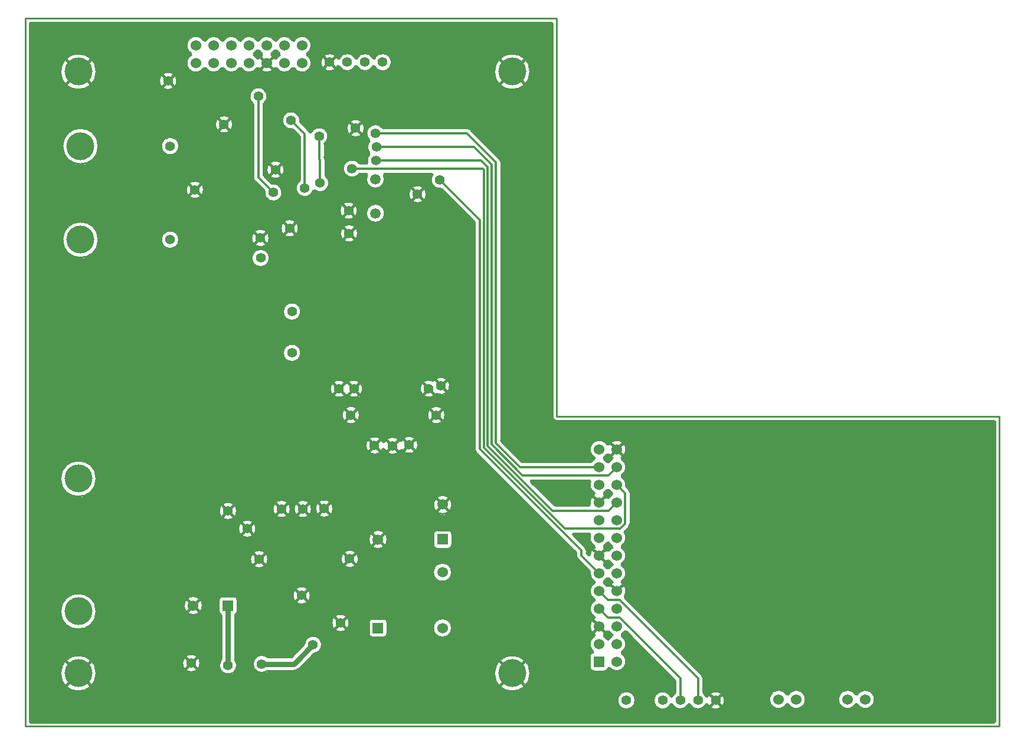
<source format=gbl>
*
*
G04 PADS 9.5 Build Number: 522968 generated Gerber (RS-274-X) file*
G04 PC Version=2.1*
*
%IN "ohm1.pcb"*%
*
%MOIN*%
*
%FSLAX35Y35*%
*
*
*
*
G04 PC Standard Apertures*
*
*
G04 Thermal Relief Aperture macro.*
%AMTER*
1,1,$1,0,0*
1,0,$1-$2,0,0*
21,0,$3,$4,0,0,45*
21,0,$3,$4,0,0,135*
%
*
*
G04 Annular Aperture macro.*
%AMANN*
1,1,$1,0,0*
1,0,$2,0,0*
%
*
*
G04 Odd Aperture macro.*
%AMODD*
1,1,$1,0,0*
1,0,$1-0.005,0,0*
%
*
*
G04 PC Custom Aperture Macros*
*
*
*
*
*
*
G04 PC Aperture Table*
*
%ADD010C,0.001*%
%ADD013C,0.01*%
%ADD017C,0.055*%
%ADD028C,0.06*%
%ADD047C,0.012*%
%ADD083R,0.06X0.06*%
%ADD103C,0.015*%
%ADD135C,0.15748*%
%ADD138C,0.05512*%
%ADD140C,0.05906*%
%ADD144C,0.03*%
*
*
*
*
G04 PC Circuitry*
G04 Layer Name ohm1.pcb - circuitry*
%LPD*%
*
*
G04 PC Custom Flashes*
G04 Layer Name ohm1.pcb - flashes*
%LPD*%
*
*
G04 PC Circuitry*
G04 Layer Name ohm1.pcb - circuitry*
%LPD*%
*
G54D10*
G54D13*
G01X385174Y470000D02*
G75*
G03X385174I-10174J0D01*
G01X291578Y438029D02*
G03X291578I-5050J0D01*
G01X261109Y174013D02*
G03X261109I-5050J0D01*
G01X261802Y222848D02*
G03X261802I-5050J0D01*
G01X249788Y222861D02*
G03X249788I-5050J0D01*
G01X255648Y311080D02*
G03X255648I-5056J0D01*
G01Y334404D02*
G03X255648I-5056J0D01*
G01X254358Y381509D02*
G03X254358I-5050J0D01*
G01X219538Y221741D02*
G03X219538I-5050J0D01*
G01X217258Y440186D02*
G03X217258I-5050J0D01*
G01X198792Y135745D02*
G03X198792I-5056J0D01*
G01X200129Y168293D02*
G03X200129I-5300J0D01*
G01X200828Y403277D02*
G03X200828I-5050J0D01*
G01X186840Y375029D02*
G03X186840I-5056J0D01*
G01X186881Y427920D02*
G03X186881I-5056J0D01*
G01X185691Y464777D02*
G03X185691I-5050J0D01*
G01X140174Y130000D02*
G03X140174I-10174J0D01*
G01Y165000D02*
G03X140174I-10174J0D01*
G01Y240000D02*
G03X140174I-10174J0D01*
G01X141329Y375029D02*
G03X141329I-10174J0D01*
G01Y427920D02*
G03X141329I-10174J0D01*
G01X140174Y470000D02*
G03X140174I-10174J0D01*
G01X237108Y194495D02*
G03X237108I-5050J0D01*
G01X230348Y211743D02*
G03X230348I-5050J0D01*
G01X237952Y364705D02*
G03X237952I-5056J0D01*
G01X237818Y375995D02*
G03X237818I-5050J0D01*
G01X246316Y414633D02*
G03X246316I-5050J0D01*
G01X283037Y158421D02*
G03X283037I-5050J0D01*
G01X288272Y194668D02*
G03X288272I-5050J0D01*
G01X288894Y275947D02*
G03X288894I-5050J0D01*
G01X273878Y223084D02*
G03X273878I-5050J0D01*
G01X287908Y378585D02*
G03X287908I-5050J0D01*
G01X287676Y391465D02*
G03X287676I-5050J0D01*
G01X304497Y205621D02*
G03X304497I-5300J0D01*
G01X326564Y400753D02*
G03X326564I-5050J0D01*
G01X303003Y389971D02*
G03X303003I-5252J0D01*
G01X340889Y155621D02*
G03X340889I-5300J0D01*
G01Y187117D02*
G03X340889I-5300J0D01*
G01X341020Y225348D02*
G03X341020I-5300J0D01*
G01X337148Y275947D02*
G03X337148I-5050J0D01*
G01X385174Y130000D02*
G03X385174I-10174J0D01*
G01X444529Y114704D02*
G03X444529I-5056J0D01*
G01X647700Y102800D02*
Y272200D01*
G03X647200Y272700I-500J-0*
G01X400000*
X397700Y275000D02*
G03X400000Y272700I2300J0D01*
G01X397700Y275000D02*
Y497200D01*
G03X397200Y497700I-500J-0*
G01X102800*
G03X102300Y497200I0J-500*
G01Y102800*
G03X102800Y102300I500J0*
G01X647200*
G03X647700Y102800I-0J500*
G01X431398Y151111D02*
G03Y151973I-253J431D01*
G01X429515Y153856D02*
G03X431398Y151973I4569J2686D01*
G01X429515Y153856D02*
G03X428653I-431J-253D01*
G01X426770Y151973D02*
G03X428653Y153856I-2686J4569D01*
G01X426770Y151973D02*
G03Y151111I253J-431D01*
G01X428653Y149228D02*
G03X426770Y151111I-4569J-2686D01*
G01X428653Y149228D02*
G03X429515I431J253D01*
G01X431398Y151111D02*
G03X429515Y149228I2686J-4569D01*
G01X431398Y181111D02*
G03Y181973I-253J431D01*
G01X429515Y183856D02*
G03X431398Y181973I4569J2686D01*
G01X429515Y183856D02*
G03X428653I-431J-253D01*
G01X426770Y181973D02*
G03X428653Y183856I-2686J4569D01*
G01X426770Y181973D02*
G03Y181111I253J-431D01*
G01X428653Y179228D02*
G03X426770Y181111I-4569J-2686D01*
G01X428653Y179228D02*
G03X429515I431J253D01*
G01X431398Y181111D02*
G03X429515Y179228I2686J-4569D01*
G01X431398Y191111D02*
G03Y191973I-253J431D01*
G01X429515Y193856D02*
G03X431398Y191973I4569J2686D01*
G01X429515Y193856D02*
G03X428653I-431J-253D01*
G01X426770Y191973D02*
G03X428653Y193856I-2686J4569D01*
G01X426770Y191973D02*
G03Y191111I253J-431D01*
G01X428653Y189228D02*
G03X426770Y191111I-4569J-2686D01*
G01X428653Y189228D02*
G03X429515I431J253D01*
G01X431398Y191111D02*
G03X429515Y189228I2686J-4569D01*
G01X431398Y201111D02*
G03Y201973I-253J431D01*
G01X429515Y203856D02*
G03X431398Y201973I4569J2686D01*
G01X429515Y203856D02*
G03X428653I-431J-253D01*
G01X426770Y201973D02*
G03X428653Y203856I-2686J4569D01*
G01X426770Y201973D02*
G03Y201111I253J-431D01*
G01X428653Y199228D02*
G03X426770Y201111I-4569J-2686D01*
G01X428653Y199228D02*
G03X429515I431J253D01*
G01X431398Y201111D02*
G03X429515Y199228I2686J-4569D01*
G01X431398Y231111D02*
G03Y231973I-253J431D01*
G01X429515Y233856D02*
G03X431398Y231973I4569J2686D01*
G01X429515Y233856D02*
G03X428653I-431J-253D01*
G01X426770Y231973D02*
G03X428653Y233856I-2686J4569D01*
G01X426770Y231973D02*
G03Y231111I253J-431D01*
G01X428653Y229228D02*
G03X426770Y231111I-4569J-2686D01*
G01X428653Y229228D02*
G03X429515I431J253D01*
G01X431398Y231111D02*
G03X429515Y229228I2686J-4569D01*
G01X431398Y251111D02*
G03Y251973I-253J431D01*
G01X429515Y253856D02*
G03X431398Y251973I4569J2686D01*
G01X429515Y253856D02*
G03X428653I-431J-253D01*
G01X426770Y251973D02*
G03X428653Y253856I-2686J4569D01*
G01X426770Y251973D02*
G03Y251111I253J-431D01*
G01X428653Y249228D02*
G03X426770Y251111I-4569J-2686D01*
G01X428653Y249228D02*
G03X429515I431J253D01*
G01X431398Y251111D02*
G03X429515Y249228I2686J-4569D01*
G01X421398Y201111D02*
G03Y201973I-253J431D01*
G01X419109Y208369D02*
G03X421398Y201973I4975J-1827D01*
G01X419109Y208369D02*
G03X418639Y209041I-470J172D01*
G01X409653*
G03X409300Y208187I0J-500*
G01X409300D02*
X416061Y201426D01*
X416910Y199375D02*
G03X416061Y201426I-2900J0D01*
G01X416910Y199375D02*
Y198024D01*
G03X417057Y197670I500J-0*
G01X417959Y196768*
G03X418810Y197071I354J353*
G01X421398Y201111D02*
G03X418810Y197071I2686J-4569D01*
G01X421398Y231111D02*
G03Y231973I-253J431D01*
G01X419109Y238369D02*
G03X421398Y231973I4975J-1827D01*
G01X419109Y238369D02*
G03X418639Y239041I-470J172D01*
G01X385876*
G03X385522Y238187I-0J-500*
G01X398722Y224987*
G03X399076Y224841I354J354*
G01X418410*
G03X418899Y225445I-0J500*
G01X421398Y231111D02*
G03X418899Y225445I2686J-4569D01*
G01X243637Y479379D02*
G03Y480241I-253J431D01*
G01X241754Y482124D02*
G03X243637Y480241I4569J2686D01*
G01X241754Y482124D02*
G03X240892I-431J-253D01*
G01X239009Y480241D02*
G03X240892Y482124I-2686J4569D01*
G01X239009Y480241D02*
G03Y479379I254J-431D01*
G01X240892Y477496D02*
G03X239009Y479379I-4569J-2686D01*
G01X240892Y477496D02*
G03X241754I431J253D01*
G01X243637Y479379D02*
G03X241754Y477496I2686J-4569D01*
G01X233637Y479379D02*
G03Y480241I-253J431D01*
G01X231754Y482124D02*
G03X233637Y480241I4569J2686D01*
G01X231754Y482124D02*
G03X230892I-431J-253D01*
G01X229009Y480241D02*
G03X230892Y482124I-2686J4569D01*
G01X229009Y480241D02*
G03Y479379I254J-431D01*
G01X230892Y477496D02*
G03X229009Y479379I-4569J-2686D01*
G01X230892Y477496D02*
G03X231754I431J253D01*
G01X233637Y479379D02*
G03X231754Y477496I2686J-4569D01*
G01X569830Y112562D02*
G03Y117934I4569J2686D01*
G01Y112562D02*
G03X568968I-431J-253D01*
G01Y117934D02*
G03Y112562I-4569J-2686D01*
G01Y117934D02*
G03X569830I431J254D01*
G01X530864Y112562D02*
G03Y117934I4569J2686D01*
G01Y112562D02*
G03X530002I-431J-253D01*
G01Y117934D02*
G03Y112562I-4569J-2686D01*
G01Y117934D02*
G03X530864I431J254D01*
G01X485377Y112500D02*
G03Y116908I4550J2204D01*
G01Y112500D02*
G03X484478I-450J-218D01*
G01X475377D02*
G03X484478I4550J2204D01*
G01X475377D02*
G03X474478I-450J-218D01*
G01X465377D02*
G03X474478I4550J2204D01*
G01X465377D02*
G03X464478I-450J-218D01*
G01Y116908D02*
G03Y112500I-4551J-2204D01*
G01Y116908D02*
G03X465377I449J218D01*
G01X466833Y118703D02*
G03X465377Y116908I3094J-3999D01*
G01X466833Y118703D02*
G03X467027Y119098I-306J395D01*
G01Y125796*
G03X466881Y126149I-500J-0*
G01X439299Y153732*
G03X438526Y153651I-354J-354*
G01X436770Y151973D02*
G03X438526Y153651I-2686J4569D01*
G01X436770Y151973D02*
G03Y151111I253J-431D01*
G01Y141973D02*
G03Y151111I-2686J4569D01*
G01Y141973D02*
G03Y141111I253J-431D01*
G01X430124Y133019D02*
G03X436770Y141111I3960J3523D01*
G01X430124Y133019D02*
G03X429274Y132840I-374J-332D01*
G01X427084Y131242D02*
G03X429274Y132840I-0J2300D01*
G01X427084Y131242D02*
X421084D01*
X418784Y133542D02*
G03X421084Y131242I2300J-0D01*
G01X418784Y133542D02*
Y139542D01*
X420382Y141732D02*
G03X418784Y139542I702J-2190D01*
G01X420382Y141732D02*
G03X420561Y142582I-153J476D01*
G01X421398Y151111D02*
G03X420561Y142582I2686J-4569D01*
G01X421398Y151111D02*
G03Y151973I-253J431D01*
G01Y161111D02*
G03Y151973I2686J-4569D01*
G01Y161111D02*
G03Y161973I-253J431D01*
G01Y171111D02*
G03Y161973I2686J-4569D01*
G01Y171111D02*
G03Y171973I-253J431D01*
G01Y181111D02*
G03Y171973I2686J-4569D01*
G01Y181111D02*
G03Y181973I-253J431D01*
G01X418851Y187381D02*
G03X421398Y181973I5233J-839D01*
G01X418851Y187381D02*
G03X418711Y187814I-494J79D01*
G01X411960Y194565*
X411110Y196616D02*
G03X411960Y194565I2900J-0D01*
G01X411110Y196616D02*
Y197967D01*
G03X410964Y198320I-500J-0*
G01X400693Y208591*
X354695Y254590*
X353845Y256640D02*
G03X354695Y254590I2900J0D01*
G01X353845Y256640D02*
Y384798D01*
G03X353699Y385151I-500J-0*
G01X335148Y403702*
G03X334732Y403844I-353J-354*
G01X329825Y411546D02*
G03X334732Y403844I4272J-2692D01*
G01X329825Y411546D02*
G03X329402Y412313I-423J267D01*
G01X302867*
G03X302422Y411584I0J-500*
G01X293079D02*
G03X302422I4672J-2400D01*
G01X293079D02*
G03X292634Y412313I-445J229D01*
G01X288869*
G03X288473Y412119I-0J-500*
G01Y418307D02*
G03Y412119I-3991J-3094D01*
G01Y418307D02*
G03X288869Y418113I396J306D01*
G01X292704*
G03X293190Y418731I0J500*
G01X294407Y423366D02*
G03X293190Y418731I3691J-3446D01*
G01X294407Y423366D02*
G03X294419Y424035I-366J341D01*
G01X294425Y430650D02*
G03X294419Y424035I3813J-3311D01*
G01X294425Y430650D02*
G03X294375Y431356I-377J328D01*
G01X301669Y438270D02*
G03X294375Y431356I-3991J-3094D01*
G01X301669Y438270D02*
G03X302065Y438076I396J306D01*
G01X349443*
X351494Y437227D02*
G03X349443Y438076I-2051J-2051D01*
G01X351494Y437227D02*
X367783Y420938D01*
X368632Y418887D02*
G03X367783Y420938I-2900J0D01*
G01X368632Y418887D02*
Y261507D01*
G03X368779Y261153I500J-0*
G01X380331Y249601*
G03X380684Y249455I353J354*
G01X419386Y249443*
G03X419791Y249650I0J500*
G01X421398Y251111D02*
G03X419791Y249650I2686J-4569D01*
G01X421398Y251111D02*
G03Y251973I-253J431D01*
G01X428653Y259228D02*
G03X421398Y251973I-4569J-2686D01*
G01X428653Y259228D02*
G03X429515I431J253D01*
G01X436770Y251973D02*
G03X429515Y259228I-2686J4569D01*
G01X436770Y251973D02*
G03Y251111I253J-431D01*
G01Y241973D02*
G03Y251111I-2686J4569D01*
G01Y241973D02*
G03Y241111I253J-431D01*
G01X439317Y235703D02*
G03X436770Y241111I-5233J839D01*
G01X439317Y235703D02*
G03X439457Y235270I494J-79D01*
G01X440736Y233992*
X441585Y231941D02*
G03X440736Y233992I-2900J-0D01*
G01X441585Y231941D02*
Y214638D01*
X440736Y212587D02*
G03X441585Y214638I-2051J2051D01*
G01X440736Y212587D02*
X438436Y210287D01*
G03X438384Y209641I353J-354*
G01X436770Y201973D02*
G03X438384Y209641I-2686J4569D01*
G01X436770Y201973D02*
G03Y201111I253J-431D01*
G01Y191973D02*
G03Y201111I-2686J4569D01*
G01Y191973D02*
G03Y191111I253J-431D01*
G01Y181973D02*
G03Y191111I-2686J4569D01*
G01Y181973D02*
G03Y181111I253J-431D01*
G01X438384Y173443D02*
G03X436770Y181111I-4300J3099D01*
G01X438384Y173443D02*
G03X438436Y172797I405J-292D01*
G01X481978Y129254*
X482828Y127204D02*
G03X481978Y129254I-2901J-0D01*
G01X482828Y127204D02*
Y119098D01*
G03X483022Y118703I500J0*
G01X484478Y116908D02*
G03X483022Y118703I-4551J-2204D01*
G01X484478Y116908D02*
G03X485377I449J218D01*
G01X385174Y470000D02*
G03X385174I-10174J0D01*
G01X291578Y438029D02*
G03X291578I-5050J0D01*
G01X261109Y174013D02*
G03X261109I-5050J0D01*
G01X261802Y222848D02*
G03X261802I-5050J0D01*
G01X249788Y222861D02*
G03X249788I-5050J0D01*
G01X255648Y311080D02*
G03X255648I-5056J0D01*
G01Y334404D02*
G03X255648I-5056J0D01*
G01X254358Y381509D02*
G03X254358I-5050J0D01*
G01X263406Y403008D02*
G03X269594Y410991I3094J3992D01*
G01X263406Y403008D02*
G03X262623Y402762I-306J-395D01*
G01X254706Y408251D02*
G03X262623Y402762I3094J-3991D01*
G01X254706Y408251D02*
G03X254900Y408647I-306J396D01*
G01Y433386*
G03X254754Y433739I-500J-0*
G01X251148Y437345*
G03X250732Y437487I-353J-354*
G01X255107Y441862D02*
G03X250732Y437487I-5010J635D01*
G01X255107Y441862D02*
G03X255249Y441446I496J-63D01*
G01X259851Y436845*
X260535Y435757D02*
G03X259851Y436845I-2735J-963D01*
G01X260535Y435757D02*
G03X261457Y435705I472J166D01*
G01X269094Y429509D02*
G03X261457Y435705I-3094J3991D01*
G01X269094Y429509D02*
G03X268900Y429113I306J-396D01*
G01Y421775*
G03X268974Y421514I500J-0*
G01X269400Y420000D02*
G03X268974Y421514I-2900J0D01*
G01X269400Y420000D02*
Y411387D01*
G03X269594Y410991I500J-0*
G01X297255Y473117D02*
G03Y477526I4550J2204D01*
G01Y473117D02*
G03X296356I-450J-218D01*
G01X287255D02*
G03X296356I4550J2204D01*
G01X287255D02*
G03X286356I-450J-218D01*
G01X277255D02*
G03X286356I4550J2204D01*
G01X277255D02*
G03X276356I-450J-218D01*
G01Y477526D02*
G03Y473117I-4551J-2205D01*
G01Y477526D02*
G03X277255I449J218D01*
G01X286356D02*
G03X277255I-4551J-2205D01*
G01X286356D02*
G03X287255I449J218D01*
G01X296356D02*
G03X287255I-4551J-2205D01*
G01X296356D02*
G03X297255I449J218D01*
G01X219814Y171293D02*
Y165293D01*
X218604Y163267D02*
G03X219814Y165293I-1090J2026D01*
G01X218604Y163267D02*
G03X218341Y162827I237J-440D01*
G01Y137975*
G03X218454Y137658I500J-0*
G01X210628D02*
G03X218454I3913J-3201D01*
G01X210628D02*
G03X210741Y137975I-387J317D01*
G01Y162799*
G03X210468Y163244I-500J0*
G01X209214Y165293D02*
G03X210468Y163244I2300J-0D01*
G01X209214Y165293D02*
Y171293D01*
X211514Y173593D02*
G03X209214Y171293I0J-2300D01*
G01X211514Y173593D02*
X217514D01*
X219814Y171293D02*
G03X217514Y173593I-2300J-0D01*
G01X219538Y221741D02*
G03X219538I-5050J0D01*
G01X217258Y440186D02*
G03X217258I-5050J0D01*
G01X198792Y135745D02*
G03X198792I-5056J0D01*
G01X200129Y168293D02*
G03X200129I-5300J0D01*
G01X200828Y403277D02*
G03X200828I-5050J0D01*
G01X259009Y480241D02*
G03X251754Y487496I-2686J4569D01*
G01X259009Y480241D02*
G03Y479379I254J-431D01*
G01X251754Y472124D02*
G03X259009Y479379I4569J2686D01*
G01X251754Y472124D02*
G03X250892I-431J-253D01*
G01X241754D02*
G03X250892I4569J2686D01*
G01X241754D02*
G03X240892I-431J-253D01*
G01X231754D02*
G03X240892I4569J2686D01*
G01X231754D02*
G03X230892I-431J-253D01*
G01X221754D02*
G03X230892I4569J2686D01*
G01X221754D02*
G03X220892I-431J-253D01*
G01X211754D02*
G03X220892I4569J2686D01*
G01X211754D02*
G03X210892I-431J-253D01*
G01X201754D02*
G03X210892I4569J2686D01*
G01X201754D02*
G03X200892I-431J-253D01*
G01X193637Y479379D02*
G03X200892Y472124I2686J-4569D01*
G01X193637Y479379D02*
G03Y480241I-253J431D01*
G01X200892Y487496D02*
G03X193637Y480241I-4569J-2686D01*
G01X200892Y487496D02*
G03X201754I431J253D01*
G01X210892D02*
G03X201754I-4569J-2686D01*
G01X210892D02*
G03X211754I431J253D01*
G01X220892D02*
G03X211754I-4569J-2686D01*
G01X220892D02*
G03X221754I431J253D01*
G01X230892D02*
G03X221754I-4569J-2686D01*
G01X230892D02*
G03X231754I431J253D01*
G01X240892D02*
G03X231754I-4569J-2686D01*
G01X240892D02*
G03X241754I431J253D01*
G01X250892D02*
G03X241754I-4569J-2686D01*
G01X250892D02*
G03X251754I431J253D01*
G01X186840Y375029D02*
G03X186840I-5056J0D01*
G01X186881Y427920D02*
G03X186881I-5056J0D01*
G01X185691Y464777D02*
G03X185691I-5050J0D01*
G01X140174Y130000D02*
G03X140174I-10174J0D01*
G01Y165000D02*
G03X140174I-10174J0D01*
G01Y240000D02*
G03X140174I-10174J0D01*
G01X141329Y375029D02*
G03X141329I-10174J0D01*
G01Y427920D02*
G03X141329I-10174J0D01*
G01X140174Y470000D02*
G03X140174I-10174J0D01*
G01X237108Y194495D02*
G03X237108I-5050J0D01*
G01X230348Y211743D02*
G03X230348I-5050J0D01*
G01X237952Y364705D02*
G03X237952I-5056J0D01*
G01X237818Y375995D02*
G03X237818I-5050J0D01*
G01X235060Y402310D02*
G03X239435Y406685I5010J-635D01*
G01X235060Y402310D02*
G03X234918Y402726I-496J63D01*
G01X229559Y408084*
X228710Y410135D02*
G03X229559Y408084I2900J0D01*
G01X228710Y410135D02*
Y451672D01*
G03X228516Y452068I-500J0*
G01X234704D02*
G03X228516I-3094J3991D01*
G01X234704D02*
G03X234510Y451672I306J-396D01*
G01Y411543*
G03X234656Y411190I500J0*
G01X239019Y406827*
G03X239435Y406685I353J354*
G01X246316Y414633D02*
G03X246316I-5050J0D01*
G01X283037Y158421D02*
G03X283037I-5050J0D01*
G01X288272Y194668D02*
G03X288272I-5050J0D01*
G01X288894Y275947D02*
G03X288894I-5050J0D01*
G01X263054Y141120D02*
G03X257521Y146653I-509J5024D01*
G01X263054Y141120D02*
G03X262751Y140976I50J-498D01*
G01X254386Y132611*
X251699Y131498D02*
G03X254386Y132611I-0J3800D01*
G01X251699Y131498D02*
X237012D01*
G03X236696Y131385I0J-500*
G01Y139211D02*
G03Y131385I-3202J-3913D01*
G01Y139211D02*
G03X237012Y139098I316J387D01*
G01X249917*
G03X250271Y139244I0J500*
G01X257377Y146350*
G03X257521Y146653I-354J353*
G01X273878Y223084D02*
G03X273878I-5050J0D01*
G01X281751Y287523D02*
G03X281685Y294080I3808J3317D01*
G01X281751Y287523D02*
G03X280991Y287515I-377J-329D01*
G01X280925Y294072D02*
G03X280991Y287515I-3808J-3317D01*
G01X280925Y294072D02*
G03X281685Y294080I377J329D01*
G01X287908Y378585D02*
G03X287908I-5050J0D01*
G01X287676Y391465D02*
G03X287676I-5050J0D01*
G01X304497Y158621D02*
Y152621D01*
X302197Y150321D02*
G03X304497Y152621I-0J2300D01*
G01X302197Y150321D02*
X296197D01*
X293897Y152621D02*
G03X296197Y150321I2300J-0D01*
G01X293897Y152621D02*
Y158621D01*
X296197Y160921D02*
G03X293897Y158621I-0J-2300D01*
G01X296197Y160921D02*
X302197D01*
X304497Y158621D02*
G03X302197Y160921I-2300J-0D01*
G01X304497Y205621D02*
G03X304497I-5300J0D01*
G01X312641Y256208D02*
G03X312382Y261466I4175J2841D01*
G01X312641Y256208D02*
G03X311789Y256166I-413J-282D01*
G01X302706Y256612D02*
G03X311789Y256166I4649J1971D01*
G01X302706Y256612D02*
G03X301792Y256628I-461J-195D01*
G01X301866Y260737D02*
G03X301792Y256628I-4649J-1971D01*
G01X301866Y260737D02*
G03X302780Y260721I461J195D01*
G01X311530Y261424D02*
G03X302780Y260721I-4175J-2841D01*
G01X311530Y261424D02*
G03X312382Y261466I413J282D01*
G01X326564Y400753D02*
G03X326564I-5050J0D01*
G01X303003Y389971D02*
G03X303003I-5252J0D01*
G01X340889Y155621D02*
G03X340889I-5300J0D01*
G01Y187117D02*
G03X340889I-5300J0D01*
G01X341020Y208663D02*
Y202663D01*
X338720Y200363D02*
G03X341020Y202663I0J2300D01*
G01X338720Y200363D02*
X332720D01*
X330420Y202663D02*
G03X332720Y200363I2300J-0D01*
G01X330420Y202663D02*
Y208663D01*
X332720Y210963D02*
G03X330420Y208663I0J-2300D01*
G01X332720Y210963D02*
X338720D01*
X341020Y208663D02*
G03X338720Y210963I-2300J-0D01*
G01X341020Y225348D02*
G03X341020I-5300J0D01*
G01X337148Y275947D02*
G03X337148I-5050J0D01*
G01X332504Y287933D02*
G03X330817Y295457I2339J4476D01*
G01X332504Y287933D02*
G03X331874Y287792I-231J-443D01*
G01X330187Y295316D02*
G03X331874Y287792I-2339J-4476D01*
G01X330187Y295316D02*
G03X330817Y295457I231J443D01*
G01X385174Y130000D02*
G03X385174I-10174J0D01*
G01X444529Y114704D02*
G03X444529I-5056J0D01*
G01X228979Y479399D02*
X233668D01*
X229105Y480299D02*
X233542D01*
X230129Y478499D02*
X232518D01*
X230203Y481199D02*
X232444D01*
X230831Y477599D02*
X231816D01*
X230877Y482099D02*
X231769D01*
X238979Y479399D02*
X243668D01*
X239105Y480299D02*
X243542D01*
X240129Y478499D02*
X242518D01*
X240203Y481199D02*
X242444D01*
X240831Y477599D02*
X241816D01*
X240877Y482099D02*
X241769D01*
X391811Y231899D02*
X421495D01*
X392711Y230999D02*
X421216D01*
X390911Y232799D02*
X420332D01*
X393611Y230099D02*
X420155D01*
X390011Y233699D02*
X419611D01*
X394511Y229199D02*
X419498D01*
X389111Y234599D02*
X419153D01*
X395411Y228299D02*
X419084D01*
X385511Y238199D02*
X419050D01*
X388211Y235499D02*
X418888D01*
X398111Y225599D02*
X418869D01*
X396311Y227399D02*
X418854D01*
X386411Y237299D02*
X418838D01*
X387311Y236399D02*
X418786D01*
X397211Y226499D02*
X418784D01*
X416181Y201299D02*
X421581D01*
X415288Y202199D02*
X421047D01*
X416724Y200399D02*
X420449D01*
X414388Y203099D02*
X420055D01*
X416908Y199499D02*
X419685D01*
X413488Y203999D02*
X419434D01*
X416910Y198599D02*
X419199D01*
X409155Y208499D02*
X419138D01*
X412588Y204899D02*
X419045D01*
X417031Y197699D02*
X418912D01*
X409888Y207599D02*
X418890D01*
X411688Y205799D02*
X418836D01*
X410788Y206699D02*
X418786D01*
X417929Y196799D02*
X418695D01*
X426549Y251699D02*
X431619D01*
X427242Y250799D02*
X430926D01*
X427625Y252599D02*
X430543D01*
X428186Y249899D02*
X429982D01*
X428423Y253499D02*
X429745D01*
X428954Y248999D02*
X429214D01*
X426673Y231899D02*
X431495D01*
X426952Y230999D02*
X431216D01*
X427836Y232799D02*
X430332D01*
X428013Y230099D02*
X430155D01*
X428557Y233699D02*
X429611D01*
X428672Y229199D02*
X429496D01*
X426587Y201299D02*
X431581D01*
X427121Y202199D02*
X431047D01*
X427719Y200399D02*
X430449D01*
X428113Y203099D02*
X430055D01*
X428483Y199499D02*
X429685D01*
X428779Y203999D02*
X429389D01*
X426544Y191399D02*
X431624D01*
X427260Y192299D02*
X430908D01*
X427610Y190499D02*
X430558D01*
X428196Y193199D02*
X429972D01*
X428414Y189599D02*
X429754D01*
X429022Y194099D02*
X429146D01*
X426525Y181499D02*
X431643D01*
X427389Y182399D02*
X430779D01*
X427495Y180599D02*
X430673D01*
X428276Y183299D02*
X429892D01*
X428341Y179699D02*
X429827D01*
X426594Y151799D02*
X431574D01*
X427102Y150899D02*
X431066D01*
X427734Y152699D02*
X430434D01*
X428102Y149999D02*
X430066D01*
X428492Y153599D02*
X429676D01*
X428762Y149099D02*
X429406D01*
X368632Y271499D02*
X647700D01*
X368632Y270599D02*
X647700D01*
X368632Y269699D02*
X647700D01*
X368632Y268799D02*
X647700D01*
X368632Y267899D02*
X647700D01*
X368632Y266999D02*
X647700D01*
X368632Y266099D02*
X647700D01*
X368632Y265199D02*
X647700D01*
X368632Y264299D02*
X647700D01*
X368632Y263399D02*
X647700D01*
X368632Y262499D02*
X647700D01*
X435671Y261599D02*
X647700D01*
X437372Y260699D02*
X647700D01*
X438265Y259799D02*
X647700D01*
X438831Y258899D02*
X647700D01*
X439180Y257999D02*
X647700D01*
X439355Y257099D02*
X647700D01*
X439373Y256199D02*
X647700D01*
X439236Y255299D02*
X647700D01*
X438931Y254399D02*
X647700D01*
X438423Y253499D02*
X647700D01*
X437625Y252599D02*
X647700D01*
X436549Y251699D02*
X647700D01*
X437242Y250799D02*
X647700D01*
X438186Y249899D02*
X647700D01*
X438780Y248999D02*
X647700D01*
X439150Y248099D02*
X647700D01*
X439343Y247199D02*
X647700D01*
X439378Y246299D02*
X647700D01*
X439259Y245399D02*
X647700D01*
X438974Y244499D02*
X647700D01*
X438492Y243599D02*
X647700D01*
X437734Y242699D02*
X647700D01*
X436594Y241799D02*
X647700D01*
X437102Y240899D02*
X647700D01*
X438102Y239999D02*
X647700D01*
X438727Y239099D02*
X647700D01*
X439118Y238199D02*
X647700D01*
X439330Y237299D02*
X647700D01*
X439382Y236399D02*
X647700D01*
X439327Y235499D02*
X647700D01*
X440129Y234599D02*
X647700D01*
X440992Y233699D02*
X647700D01*
X441455Y232799D02*
X647700D01*
X441585Y231899D02*
X647700D01*
X441585Y230999D02*
X647700D01*
X441585Y230099D02*
X647700D01*
X441585Y229199D02*
X647700D01*
X441585Y228299D02*
X647700D01*
X441585Y227399D02*
X647700D01*
X441585Y226499D02*
X647700D01*
X441585Y225599D02*
X647700D01*
X441585Y224699D02*
X647700D01*
X441585Y223799D02*
X647700D01*
X441585Y222899D02*
X647700D01*
X441585Y221999D02*
X647700D01*
X441585Y221099D02*
X647700D01*
X441585Y220199D02*
X647700D01*
X441585Y219299D02*
X647700D01*
X441585Y218399D02*
X647700D01*
X441585Y217499D02*
X647700D01*
X441585Y216599D02*
X647700D01*
X441585Y215699D02*
X647700D01*
X441585Y214799D02*
X647700D01*
X441489Y213899D02*
X647700D01*
X441078Y212999D02*
X647700D01*
X440247Y212099D02*
X647700D01*
X439347Y211199D02*
X647700D01*
X438447Y210299D02*
X647700D01*
X438548Y209399D02*
X647700D01*
X439010Y208499D02*
X647700D01*
X439278Y207599D02*
X647700D01*
X439382Y206699D02*
X647700D01*
X439332Y205799D02*
X647700D01*
X439123Y204899D02*
X647700D01*
X438734Y203999D02*
X647700D01*
X438113Y203099D02*
X647700D01*
X437121Y202199D02*
X647700D01*
X436587Y201299D02*
X647700D01*
X437719Y200399D02*
X647700D01*
X438483Y199499D02*
X647700D01*
X438969Y198599D02*
X647700D01*
X439256Y197699D02*
X647700D01*
X439378Y196799D02*
X647700D01*
X439345Y195899D02*
X647700D01*
X439154Y194999D02*
X647700D01*
X438787Y194099D02*
X647700D01*
X438196Y193199D02*
X647700D01*
X437260Y192299D02*
X647700D01*
X436544Y191399D02*
X647700D01*
X437610Y190499D02*
X647700D01*
X438414Y189599D02*
X647700D01*
X438925Y188699D02*
X647700D01*
X439233Y187799D02*
X647700D01*
X439372Y186899D02*
X647700D01*
X439356Y185999D02*
X647700D01*
X439184Y185099D02*
X647700D01*
X438838Y184199D02*
X647700D01*
X438276Y183299D02*
X647700D01*
X437389Y182399D02*
X647700D01*
X436525Y181499D02*
X647700D01*
X437495Y180599D02*
X647700D01*
X438341Y179699D02*
X647700D01*
X438880Y178799D02*
X647700D01*
X439207Y177899D02*
X647700D01*
X439364Y176999D02*
X647700D01*
X439365Y176099D02*
X647700D01*
X439211Y175199D02*
X647700D01*
X438886Y174299D02*
X647700D01*
X438355Y173399D02*
X647700D01*
X438734Y172499D02*
X647700D01*
X439634Y171599D02*
X647700D01*
X440534Y170699D02*
X647700D01*
X441434Y169799D02*
X647700D01*
X442334Y168899D02*
X647700D01*
X443234Y167999D02*
X647700D01*
X444134Y167099D02*
X647700D01*
X445034Y166199D02*
X647700D01*
X445934Y165299D02*
X647700D01*
X446834Y164399D02*
X647700D01*
X447734Y163499D02*
X647700D01*
X448634Y162599D02*
X647700D01*
X449534Y161699D02*
X647700D01*
X450434Y160799D02*
X647700D01*
X451334Y159899D02*
X647700D01*
X452234Y158999D02*
X647700D01*
X453134Y158099D02*
X647700D01*
X454034Y157199D02*
X647700D01*
X454934Y156299D02*
X647700D01*
X455834Y155399D02*
X647700D01*
X456734Y154499D02*
X647700D01*
X457634Y153599D02*
X647700D01*
X458534Y152699D02*
X647700D01*
X459434Y151799D02*
X647700D01*
X460334Y150899D02*
X647700D01*
X461234Y149999D02*
X647700D01*
X462134Y149099D02*
X647700D01*
X463034Y148199D02*
X647700D01*
X463934Y147299D02*
X647700D01*
X464834Y146399D02*
X647700D01*
X465734Y145499D02*
X647700D01*
X466634Y144599D02*
X647700D01*
X467534Y143699D02*
X647700D01*
X468434Y142799D02*
X647700D01*
X469334Y141899D02*
X647700D01*
X470234Y140999D02*
X647700D01*
X471134Y140099D02*
X647700D01*
X472034Y139199D02*
X647700D01*
X472934Y138299D02*
X647700D01*
X473834Y137399D02*
X647700D01*
X474734Y136499D02*
X647700D01*
X475634Y135599D02*
X647700D01*
X476534Y134699D02*
X647700D01*
X477434Y133799D02*
X647700D01*
X478334Y132899D02*
X647700D01*
X479234Y131999D02*
X647700D01*
X480134Y131099D02*
X647700D01*
X481034Y130199D02*
X647700D01*
X481934Y129299D02*
X647700D01*
X482570Y128399D02*
X647700D01*
X482812Y127499D02*
X647700D01*
X482828Y126599D02*
X647700D01*
X482828Y125699D02*
X647700D01*
X482828Y124799D02*
X647700D01*
X482828Y123899D02*
X647700D01*
X482828Y122999D02*
X647700D01*
X482828Y122099D02*
X647700D01*
X482828Y121199D02*
X647700D01*
X576007Y120299D02*
X647700D01*
X577695Y119399D02*
X647700D01*
X578585Y118499D02*
X647700D01*
X579149Y117599D02*
X647700D01*
X579497Y116699D02*
X647700D01*
X579670Y115799D02*
X647700D01*
X579687Y114899D02*
X647700D01*
X579550Y113999D02*
X647700D01*
X579243Y113099D02*
X647700D01*
X578734Y112199D02*
X647700D01*
X577933Y111299D02*
X647700D01*
X576537Y110399D02*
X647700D01*
X102300Y109499D02*
X647700D01*
X102300Y108599D02*
X647700D01*
X102300Y107699D02*
X647700D01*
X102300Y106799D02*
X647700D01*
X102300Y105899D02*
X647700D01*
X102300Y104999D02*
X647700D01*
X102300Y104099D02*
X647700D01*
X102300Y103199D02*
X647700D01*
X368632Y272399D02*
X647659D01*
X566007Y120299D02*
X572791D01*
X566537Y110399D02*
X572261D01*
X567695Y119399D02*
X571103D01*
X567933Y111299D02*
X570865D01*
X568585Y118499D02*
X570213D01*
X568734Y112199D02*
X570064D01*
X537041Y120299D02*
X562791D01*
X537571Y110399D02*
X562261D01*
X538729Y119399D02*
X561103D01*
X538967Y111299D02*
X560865D01*
X539619Y118499D02*
X560213D01*
X539768Y112199D02*
X560064D01*
X540183Y117599D02*
X559649D01*
X540278Y113099D02*
X559554D01*
X540531Y116699D02*
X559301D01*
X540584Y113999D02*
X559248D01*
X540704Y115799D02*
X559128D01*
X540722Y114899D02*
X559110D01*
X527041Y120299D02*
X533826D01*
X527571Y110399D02*
X533295D01*
X528729Y119399D02*
X532137D01*
X528967Y111299D02*
X531899D01*
X529619Y118499D02*
X531247D01*
X529768Y112199D02*
X531098D01*
X482828Y120299D02*
X523826D01*
X492578Y110399D02*
X523295D01*
X491804Y119399D02*
X522137D01*
X493665Y111299D02*
X521899D01*
X493269Y118499D02*
X521247D01*
X494319Y112199D02*
X521098D01*
X494073Y117599D02*
X520683D01*
X494722Y113099D02*
X520589D01*
X494573Y116699D02*
X520335D01*
X494934Y113999D02*
X520283D01*
X494863Y115799D02*
X520162D01*
X494980Y114899D02*
X520145D01*
X482828Y119399D02*
X488051D01*
X482578Y110399D02*
X487277D01*
X483269Y118499D02*
X486586D01*
X483665Y111299D02*
X486190D01*
X484073Y117599D02*
X485782D01*
X484319Y112199D02*
X485536D01*
X484669Y116699D02*
X485186D01*
X472578Y110399D02*
X477277D01*
X473665Y111299D02*
X476190D01*
X474319Y112199D02*
X475536D01*
X462578Y110399D02*
X467277D01*
X384220Y125699D02*
X467027D01*
X383744Y124799D02*
X467027D01*
X383142Y123899D02*
X467027D01*
X382382Y122999D02*
X467027D01*
X381409Y122099D02*
X467027D01*
X380104Y121199D02*
X467027D01*
X378065Y120299D02*
X467027D01*
X461804Y119399D02*
X467027D01*
X463269Y118499D02*
X466586D01*
X384589Y126599D02*
X466431D01*
X463665Y111299D02*
X466190D01*
X464073Y117599D02*
X465782D01*
X464319Y112199D02*
X465536D01*
X384862Y127499D02*
X465531D01*
X464669Y116699D02*
X465186D01*
X385047Y128399D02*
X464631D01*
X385150Y129299D02*
X463731D01*
X385172Y130199D02*
X462831D01*
X385115Y131099D02*
X461931D01*
X436813Y131999D02*
X461031D01*
X437933Y132899D02*
X460131D01*
X438619Y133799D02*
X459231D01*
X439053Y134699D02*
X458331D01*
X441349Y119399D02*
X458051D01*
X439299Y135599D02*
X457431D01*
X442124Y110399D02*
X457277D01*
X442813Y118499D02*
X456586D01*
X439384Y136499D02*
X456531D01*
X443210Y111299D02*
X456190D01*
X443618Y117599D02*
X455782D01*
X439314Y137399D02*
X455631D01*
X443865Y112199D02*
X455536D01*
X444118Y116699D02*
X455282D01*
X444267Y113099D02*
X455133D01*
X444409Y115799D02*
X454992D01*
X444479Y113999D02*
X454921D01*
X444525Y114899D02*
X454875D01*
X439084Y138299D02*
X454731D01*
X438670Y139199D02*
X453831D01*
X438013Y140099D02*
X452931D01*
X436952Y140999D02*
X452031D01*
X436673Y141899D02*
X451131D01*
X437836Y142799D02*
X450231D01*
X438557Y143699D02*
X449331D01*
X439015Y144599D02*
X448431D01*
X439280Y145499D02*
X447531D01*
X439382Y146399D02*
X446631D01*
X439330Y147299D02*
X445731D01*
X439118Y148199D02*
X444831D01*
X438727Y149099D02*
X443931D01*
X438102Y149999D02*
X443031D01*
X437102Y150899D02*
X442131D01*
X436594Y151799D02*
X441231D01*
X437734Y152699D02*
X440331D01*
X438492Y153599D02*
X439431D01*
X102300Y119399D02*
X437597D01*
X102300Y110399D02*
X436821D01*
X102300Y118499D02*
X436132D01*
X102300Y111299D02*
X435735D01*
X102300Y117599D02*
X435328D01*
X102300Y112199D02*
X435081D01*
X102300Y116699D02*
X434827D01*
X102300Y113099D02*
X434678D01*
X102300Y115799D02*
X434537D01*
X102300Y113999D02*
X434466D01*
X102300Y114899D02*
X434421D01*
X425671Y261599D02*
X432497D01*
X428789Y131999D02*
X431355D01*
X427372Y260699D02*
X430796D01*
X429297Y132899D02*
X430235D01*
X428265Y259799D02*
X429903D01*
X368632Y261599D02*
X422497D01*
X102300Y181499D02*
X421643D01*
X260495Y171599D02*
X421641D01*
X378233Y251699D02*
X421619D01*
X281829Y161699D02*
X421619D01*
X339261Y151799D02*
X421574D01*
X337996Y150899D02*
X421066D01*
X379133Y250799D02*
X420926D01*
X336720Y160799D02*
X420926D01*
X369233Y260699D02*
X420796D01*
X259869Y170699D02*
X420796D01*
X338004Y182399D02*
X420779D01*
X102300Y180599D02*
X420673D01*
X260877Y172499D02*
X420657D01*
X265280Y141899D02*
X420622D01*
X377333Y252599D02*
X420543D01*
X280824Y162599D02*
X420543D01*
X340011Y152699D02*
X420434D01*
X266328Y142799D02*
X420332D01*
X265808Y149999D02*
X420066D01*
X380033Y249899D02*
X419982D01*
X338718Y159899D02*
X419982D01*
X370133Y259799D02*
X419903D01*
X258841Y169799D02*
X419903D01*
X339265Y183299D02*
X419892D01*
X102300Y179699D02*
X419827D01*
X261072Y173399D02*
X419817D01*
X376433Y253499D02*
X419745D01*
X218954Y163499D02*
X419745D01*
X340488Y153599D02*
X419676D01*
X266964Y143699D02*
X419611D01*
X266640Y149099D02*
X419441D01*
X339673Y158999D02*
X419388D01*
X384976Y131999D02*
X419379D01*
X371033Y258899D02*
X419337D01*
X219814Y168899D02*
X419337D01*
X340014Y184199D02*
X419330D01*
X262775Y140999D02*
X419304D01*
X257671Y178799D02*
X419288D01*
X261101Y174299D02*
X419282D01*
X375533Y254399D02*
X419237D01*
X219634Y164399D02*
X419237D01*
X340769Y154499D02*
X419194D01*
X267353Y144599D02*
X419153D01*
X267158Y148199D02*
X419050D01*
X340274Y158099D02*
X419018D01*
X371933Y257999D02*
X418988D01*
X219814Y167999D02*
X418988D01*
X340490Y185099D02*
X418984D01*
X259285Y177899D02*
X418961D01*
X260968Y175199D02*
X418957D01*
X374633Y255299D02*
X418932D01*
X219814Y165299D02*
X418932D01*
X340885Y155399D02*
X418909D01*
X267554Y145499D02*
X418888D01*
X384752Y132899D02*
X418876D01*
X376236Y140099D02*
X418852D01*
X267461Y147299D02*
X418838D01*
X340649Y157199D02*
X418825D01*
X372833Y257099D02*
X418813D01*
X219814Y167099D02*
X418813D01*
X340770Y185999D02*
X418812D01*
X260132Y176999D02*
X418804D01*
X260658Y176099D02*
X418803D01*
X340885Y186899D02*
X418796D01*
X373733Y256199D02*
X418795D01*
X219814Y166199D02*
X418795D01*
X340846Y156299D02*
X418790D01*
X267589Y146399D02*
X418786D01*
X379347Y139199D02*
X418784D01*
X380886Y138299D02*
X418784D01*
X381984Y137399D02*
X418784D01*
X382828Y136499D02*
X418784D01*
X383495Y135599D02*
X418784D01*
X384024Y134699D02*
X418784D01*
X384438Y133799D02*
X418784D01*
X340845Y187799D02*
X418725D01*
X340648Y188699D02*
X417826D01*
X340272Y189599D02*
X416926D01*
X339670Y190499D02*
X416026D01*
X338713Y191399D02*
X415126D01*
X336702Y192299D02*
X414226D01*
X288054Y193199D02*
X413326D01*
X288240Y194099D02*
X412426D01*
X288261Y194999D02*
X411603D01*
X288120Y195899D02*
X411200D01*
X287262Y197699D02*
X411110D01*
X287801Y196799D02*
X411110D01*
X286393Y198599D02*
X410686D01*
X284694Y199499D02*
X409786D01*
X339126Y200399D02*
X408886D01*
X340572Y201299D02*
X407986D01*
X340973Y202199D02*
X407086D01*
X341020Y203099D02*
X406186D01*
X341020Y203999D02*
X405286D01*
X341020Y204899D02*
X404386D01*
X341020Y205799D02*
X403486D01*
X341020Y206699D02*
X402586D01*
X341020Y207599D02*
X401686D01*
X341020Y208499D02*
X400786D01*
X340900Y209399D02*
X399886D01*
X340337Y210299D02*
X398986D01*
X368632Y273299D02*
X398452D01*
X230319Y211199D02*
X398086D01*
X368632Y274199D02*
X397844D01*
X102300Y496499D02*
X397700D01*
X102300Y495599D02*
X397700D01*
X102300Y494699D02*
X397700D01*
X102300Y493799D02*
X397700D01*
X102300Y492899D02*
X397700D01*
X102300Y491999D02*
X397700D01*
X102300Y491099D02*
X397700D01*
X102300Y490199D02*
X397700D01*
X259142Y489299D02*
X397700D01*
X260224Y488399D02*
X397700D01*
X260891Y487499D02*
X397700D01*
X261313Y486599D02*
X397700D01*
X261548Y485699D02*
X397700D01*
X261623Y484799D02*
X397700D01*
X261545Y483899D02*
X397700D01*
X261304Y482999D02*
X397700D01*
X260877Y482099D02*
X397700D01*
X260203Y481199D02*
X397700D01*
X302694Y480299D02*
X397700D01*
X378896Y479399D02*
X397700D01*
X380593Y478499D02*
X397700D01*
X381765Y477599D02*
X397700D01*
X382658Y476699D02*
X397700D01*
X383360Y475799D02*
X397700D01*
X383917Y474899D02*
X397700D01*
X384355Y473999D02*
X397700D01*
X384691Y473099D02*
X397700D01*
X384934Y472199D02*
X397700D01*
X385091Y471299D02*
X397700D01*
X385166Y470399D02*
X397700D01*
X385162Y469499D02*
X397700D01*
X385077Y468599D02*
X397700D01*
X384910Y467699D02*
X397700D01*
X384657Y466799D02*
X397700D01*
X384311Y465899D02*
X397700D01*
X383860Y464999D02*
X397700D01*
X383288Y464099D02*
X397700D01*
X382567Y463199D02*
X397700D01*
X381648Y462299D02*
X397700D01*
X380434Y461399D02*
X397700D01*
X378638Y460499D02*
X397700D01*
X235212Y459599D02*
X397700D01*
X235915Y458699D02*
X397700D01*
X236351Y457799D02*
X397700D01*
X236590Y456899D02*
X397700D01*
X236660Y455999D02*
X397700D01*
X236568Y455099D02*
X397700D01*
X236305Y454199D02*
X397700D01*
X235839Y453299D02*
X397700D01*
X235089Y452399D02*
X397700D01*
X234510Y451499D02*
X397700D01*
X234510Y450599D02*
X397700D01*
X234510Y449699D02*
X397700D01*
X234510Y448799D02*
X397700D01*
X234510Y447899D02*
X397700D01*
X252386Y446999D02*
X397700D01*
X253637Y446099D02*
X397700D01*
X254364Y445199D02*
X397700D01*
X254815Y444299D02*
X397700D01*
X255066Y443399D02*
X397700D01*
X288878Y442499D02*
X397700D01*
X290100Y441599D02*
X397700D01*
X290814Y440699D02*
X397700D01*
X299711Y439799D02*
X397700D01*
X301090Y438899D02*
X397700D01*
X350109Y437999D02*
X397700D01*
X351622Y437099D02*
X397700D01*
X352522Y436199D02*
X397700D01*
X353422Y435299D02*
X397700D01*
X354322Y434399D02*
X397700D01*
X355222Y433499D02*
X397700D01*
X356122Y432599D02*
X397700D01*
X357022Y431699D02*
X397700D01*
X357922Y430799D02*
X397700D01*
X358822Y429899D02*
X397700D01*
X359722Y428999D02*
X397700D01*
X360622Y428099D02*
X397700D01*
X361522Y427199D02*
X397700D01*
X362422Y426299D02*
X397700D01*
X363322Y425399D02*
X397700D01*
X364222Y424499D02*
X397700D01*
X365122Y423599D02*
X397700D01*
X366022Y422699D02*
X397700D01*
X366922Y421799D02*
X397700D01*
X367821Y420899D02*
X397700D01*
X368411Y419999D02*
X397700D01*
X368625Y419099D02*
X397700D01*
X368632Y418199D02*
X397700D01*
X368632Y417299D02*
X397700D01*
X368632Y416399D02*
X397700D01*
X368632Y415499D02*
X397700D01*
X368632Y414599D02*
X397700D01*
X368632Y413699D02*
X397700D01*
X368632Y412799D02*
X397700D01*
X368632Y411899D02*
X397700D01*
X368632Y410999D02*
X397700D01*
X368632Y410099D02*
X397700D01*
X368632Y409199D02*
X397700D01*
X368632Y408299D02*
X397700D01*
X368632Y407399D02*
X397700D01*
X368632Y406499D02*
X397700D01*
X368632Y405599D02*
X397700D01*
X368632Y404699D02*
X397700D01*
X368632Y403799D02*
X397700D01*
X368632Y402899D02*
X397700D01*
X368632Y401999D02*
X397700D01*
X368632Y401099D02*
X397700D01*
X368632Y400199D02*
X397700D01*
X368632Y399299D02*
X397700D01*
X368632Y398399D02*
X397700D01*
X368632Y397499D02*
X397700D01*
X368632Y396599D02*
X397700D01*
X368632Y395699D02*
X397700D01*
X368632Y394799D02*
X397700D01*
X368632Y393899D02*
X397700D01*
X368632Y392999D02*
X397700D01*
X368632Y392099D02*
X397700D01*
X368632Y391199D02*
X397700D01*
X368632Y390299D02*
X397700D01*
X368632Y389399D02*
X397700D01*
X368632Y388499D02*
X397700D01*
X368632Y387599D02*
X397700D01*
X368632Y386699D02*
X397700D01*
X368632Y385799D02*
X397700D01*
X368632Y384899D02*
X397700D01*
X368632Y383999D02*
X397700D01*
X368632Y383099D02*
X397700D01*
X368632Y382199D02*
X397700D01*
X368632Y381299D02*
X397700D01*
X368632Y380399D02*
X397700D01*
X368632Y379499D02*
X397700D01*
X368632Y378599D02*
X397700D01*
X368632Y377699D02*
X397700D01*
X368632Y376799D02*
X397700D01*
X368632Y375899D02*
X397700D01*
X368632Y374999D02*
X397700D01*
X368632Y374099D02*
X397700D01*
X368632Y373199D02*
X397700D01*
X368632Y372299D02*
X397700D01*
X368632Y371399D02*
X397700D01*
X368632Y370499D02*
X397700D01*
X368632Y369599D02*
X397700D01*
X368632Y368699D02*
X397700D01*
X368632Y367799D02*
X397700D01*
X368632Y366899D02*
X397700D01*
X368632Y365999D02*
X397700D01*
X368632Y365099D02*
X397700D01*
X368632Y364199D02*
X397700D01*
X368632Y363299D02*
X397700D01*
X368632Y362399D02*
X397700D01*
X368632Y361499D02*
X397700D01*
X368632Y360599D02*
X397700D01*
X368632Y359699D02*
X397700D01*
X368632Y358799D02*
X397700D01*
X368632Y357899D02*
X397700D01*
X368632Y356999D02*
X397700D01*
X368632Y356099D02*
X397700D01*
X368632Y355199D02*
X397700D01*
X368632Y354299D02*
X397700D01*
X368632Y353399D02*
X397700D01*
X368632Y352499D02*
X397700D01*
X368632Y351599D02*
X397700D01*
X368632Y350699D02*
X397700D01*
X368632Y349799D02*
X397700D01*
X368632Y348899D02*
X397700D01*
X368632Y347999D02*
X397700D01*
X368632Y347099D02*
X397700D01*
X368632Y346199D02*
X397700D01*
X368632Y345299D02*
X397700D01*
X368632Y344399D02*
X397700D01*
X368632Y343499D02*
X397700D01*
X368632Y342599D02*
X397700D01*
X368632Y341699D02*
X397700D01*
X368632Y340799D02*
X397700D01*
X368632Y339899D02*
X397700D01*
X368632Y338999D02*
X397700D01*
X368632Y338099D02*
X397700D01*
X368632Y337199D02*
X397700D01*
X368632Y336299D02*
X397700D01*
X368632Y335399D02*
X397700D01*
X368632Y334499D02*
X397700D01*
X368632Y333599D02*
X397700D01*
X368632Y332699D02*
X397700D01*
X368632Y331799D02*
X397700D01*
X368632Y330899D02*
X397700D01*
X368632Y329999D02*
X397700D01*
X368632Y329099D02*
X397700D01*
X368632Y328199D02*
X397700D01*
X368632Y327299D02*
X397700D01*
X368632Y326399D02*
X397700D01*
X368632Y325499D02*
X397700D01*
X368632Y324599D02*
X397700D01*
X368632Y323699D02*
X397700D01*
X368632Y322799D02*
X397700D01*
X368632Y321899D02*
X397700D01*
X368632Y320999D02*
X397700D01*
X368632Y320099D02*
X397700D01*
X368632Y319199D02*
X397700D01*
X368632Y318299D02*
X397700D01*
X368632Y317399D02*
X397700D01*
X368632Y316499D02*
X397700D01*
X368632Y315599D02*
X397700D01*
X368632Y314699D02*
X397700D01*
X368632Y313799D02*
X397700D01*
X368632Y312899D02*
X397700D01*
X368632Y311999D02*
X397700D01*
X368632Y311099D02*
X397700D01*
X368632Y310199D02*
X397700D01*
X368632Y309299D02*
X397700D01*
X368632Y308399D02*
X397700D01*
X368632Y307499D02*
X397700D01*
X368632Y306599D02*
X397700D01*
X368632Y305699D02*
X397700D01*
X368632Y304799D02*
X397700D01*
X368632Y303899D02*
X397700D01*
X368632Y302999D02*
X397700D01*
X368632Y302099D02*
X397700D01*
X368632Y301199D02*
X397700D01*
X368632Y300299D02*
X397700D01*
X368632Y299399D02*
X397700D01*
X368632Y298499D02*
X397700D01*
X368632Y297599D02*
X397700D01*
X368632Y296699D02*
X397700D01*
X368632Y295799D02*
X397700D01*
X368632Y294899D02*
X397700D01*
X368632Y293999D02*
X397700D01*
X368632Y293099D02*
X397700D01*
X368632Y292199D02*
X397700D01*
X368632Y291299D02*
X397700D01*
X368632Y290399D02*
X397700D01*
X368632Y289499D02*
X397700D01*
X368632Y288599D02*
X397700D01*
X368632Y287699D02*
X397700D01*
X368632Y286799D02*
X397700D01*
X368632Y285899D02*
X397700D01*
X368632Y284999D02*
X397700D01*
X368632Y284099D02*
X397700D01*
X368632Y283199D02*
X397700D01*
X368632Y282299D02*
X397700D01*
X368632Y281399D02*
X397700D01*
X368632Y280499D02*
X397700D01*
X368632Y279599D02*
X397700D01*
X368632Y278699D02*
X397700D01*
X368632Y277799D02*
X397700D01*
X368632Y276899D02*
X397700D01*
X368632Y275999D02*
X397700D01*
X368632Y275099D02*
X397700D01*
X102341Y497399D02*
X397659D01*
X230335Y212099D02*
X397186D01*
X230189Y212999D02*
X396286D01*
X229865Y213899D02*
X395386D01*
X229319Y214799D02*
X394486D01*
X228437Y215699D02*
X393586D01*
X226685Y216599D02*
X392686D01*
X217228Y217499D02*
X391786D01*
X270712Y218399D02*
X390886D01*
X272171Y219299D02*
X389986D01*
X336976Y220199D02*
X389086D01*
X338888Y221099D02*
X388186D01*
X339828Y221999D02*
X387286D01*
X340421Y222899D02*
X386386D01*
X340789Y223799D02*
X385486D01*
X340981Y224699D02*
X384586D01*
X341015Y225599D02*
X383686D01*
X340894Y226499D02*
X382786D01*
X340608Y227399D02*
X381886D01*
X340123Y228299D02*
X380986D01*
X339362Y229199D02*
X380086D01*
X338070Y230099D02*
X379186D01*
X134742Y230999D02*
X378286D01*
X136155Y231899D02*
X377386D01*
X137187Y232799D02*
X376486D01*
X137988Y233699D02*
X375586D01*
X138622Y234599D02*
X374686D01*
X139124Y235499D02*
X373786D01*
X261874Y140099D02*
X373764D01*
X139515Y236399D02*
X372886D01*
X139809Y237299D02*
X371986D01*
X133065Y120299D02*
X371935D01*
X234017Y460499D02*
X371362D01*
X304795Y479399D02*
X371104D01*
X140013Y238199D02*
X371086D01*
X260974Y139199D02*
X370653D01*
X140134Y239099D02*
X370186D01*
X135104Y121199D02*
X369896D01*
X184395Y461399D02*
X369566D01*
X305738Y478499D02*
X369407D01*
X140174Y239999D02*
X369286D01*
X260074Y138299D02*
X369114D01*
X136409Y122099D02*
X368591D01*
X140134Y240899D02*
X368386D01*
X185041Y462299D02*
X368352D01*
X306319Y477599D02*
X368235D01*
X259174Y137399D02*
X368016D01*
X137382Y122999D02*
X367618D01*
X140014Y241799D02*
X367486D01*
X185438Y463199D02*
X367433D01*
X306670Y476699D02*
X367342D01*
X258274Y136499D02*
X367172D01*
X138142Y123899D02*
X366858D01*
X185645Y464099D02*
X366712D01*
X306839Y475799D02*
X366640D01*
X139810Y242699D02*
X366586D01*
X257374Y135599D02*
X366505D01*
X138744Y124799D02*
X366256D01*
X185686Y464999D02*
X366140D01*
X306844Y474899D02*
X366083D01*
X256474Y134699D02*
X365976D01*
X139220Y125699D02*
X365780D01*
X185565Y465899D02*
X365689D01*
X139516Y243599D02*
X365686D01*
X306685Y473999D02*
X365645D01*
X255574Y133799D02*
X365562D01*
X139589Y126599D02*
X365411D01*
X185269Y466799D02*
X365343D01*
X306347Y473099D02*
X365309D01*
X254674Y132899D02*
X365248D01*
X139862Y127499D02*
X365138D01*
X184760Y467699D02*
X365090D01*
X305782Y472199D02*
X365066D01*
X253585Y131999D02*
X365024D01*
X140047Y128399D02*
X364953D01*
X183942Y468599D02*
X364923D01*
X304868Y471299D02*
X364909D01*
X236310Y131099D02*
X364885D01*
X140150Y129299D02*
X364850D01*
X182432Y469499D02*
X364838D01*
X302958Y470399D02*
X364834D01*
X217267Y130199D02*
X364828D01*
X139125Y244499D02*
X364786D01*
X138624Y245399D02*
X363886D01*
X137990Y246299D02*
X362986D01*
X137190Y247199D02*
X362086D01*
X136158Y248099D02*
X361186D01*
X134747Y248999D02*
X360286D01*
X132351Y249899D02*
X359386D01*
X102300Y250799D02*
X358486D01*
X102300Y251699D02*
X357586D01*
X102300Y252599D02*
X356686D01*
X102300Y253499D02*
X355786D01*
X318785Y254399D02*
X354886D01*
X320198Y255299D02*
X354174D01*
X320985Y256199D02*
X353879D01*
X253702Y383999D02*
X353845D01*
X285123Y383099D02*
X353845D01*
X286386Y382199D02*
X353845D01*
X287117Y381299D02*
X353845D01*
X287571Y380399D02*
X353845D01*
X287825Y379499D02*
X353845D01*
X287908Y378599D02*
X353845D01*
X287830Y377699D02*
X353845D01*
X287582Y376799D02*
X353845D01*
X287134Y375899D02*
X353845D01*
X286413Y374999D02*
X353845D01*
X285177Y374099D02*
X353845D01*
X236973Y373199D02*
X353845D01*
X236209Y372299D02*
X353845D01*
X234860Y371399D02*
X353845D01*
X184029Y370499D02*
X353845D01*
X234167Y369599D02*
X353845D01*
X235996Y368699D02*
X353845D01*
X236895Y367799D02*
X353845D01*
X237451Y366899D02*
X353845D01*
X237783Y365999D02*
X353845D01*
X237936Y365099D02*
X353845D01*
X237926Y364199D02*
X353845D01*
X237752Y363299D02*
X353845D01*
X237395Y362399D02*
X353845D01*
X236805Y361499D02*
X353845D01*
X235845Y360599D02*
X353845D01*
X233601Y359699D02*
X353845D01*
X102300Y358799D02*
X353845D01*
X102300Y357899D02*
X353845D01*
X102300Y356999D02*
X353845D01*
X102300Y356099D02*
X353845D01*
X102300Y355199D02*
X353845D01*
X102300Y354299D02*
X353845D01*
X102300Y353399D02*
X353845D01*
X102300Y352499D02*
X353845D01*
X102300Y351599D02*
X353845D01*
X102300Y350699D02*
X353845D01*
X102300Y349799D02*
X353845D01*
X102300Y348899D02*
X353845D01*
X102300Y347999D02*
X353845D01*
X102300Y347099D02*
X353845D01*
X102300Y346199D02*
X353845D01*
X102300Y345299D02*
X353845D01*
X102300Y344399D02*
X353845D01*
X102300Y343499D02*
X353845D01*
X102300Y342599D02*
X353845D01*
X102300Y341699D02*
X353845D01*
X102300Y340799D02*
X353845D01*
X102300Y339899D02*
X353845D01*
X252702Y338999D02*
X353845D01*
X254043Y338099D02*
X353845D01*
X254805Y337199D02*
X353845D01*
X255279Y336299D02*
X353845D01*
X255549Y335399D02*
X353845D01*
X255647Y334499D02*
X353845D01*
X255583Y333599D02*
X353845D01*
X255351Y332699D02*
X353845D01*
X254925Y331799D02*
X353845D01*
X254235Y330899D02*
X353845D01*
X253073Y329999D02*
X353845D01*
X102300Y329099D02*
X353845D01*
X102300Y328199D02*
X353845D01*
X102300Y327299D02*
X353845D01*
X102300Y326399D02*
X353845D01*
X102300Y325499D02*
X353845D01*
X102300Y324599D02*
X353845D01*
X102300Y323699D02*
X353845D01*
X102300Y322799D02*
X353845D01*
X102300Y321899D02*
X353845D01*
X102300Y320999D02*
X353845D01*
X102300Y320099D02*
X353845D01*
X102300Y319199D02*
X353845D01*
X102300Y318299D02*
X353845D01*
X102300Y317399D02*
X353845D01*
X102300Y316499D02*
X353845D01*
X252860Y315599D02*
X353845D01*
X254123Y314699D02*
X353845D01*
X254855Y313799D02*
X353845D01*
X255309Y312899D02*
X353845D01*
X255564Y311999D02*
X353845D01*
X255648Y311099D02*
X353845D01*
X255570Y310199D02*
X353845D01*
X255324Y309299D02*
X353845D01*
X254878Y308399D02*
X353845D01*
X254161Y307499D02*
X353845D01*
X252933Y306599D02*
X353845D01*
X102300Y305699D02*
X353845D01*
X102300Y304799D02*
X353845D01*
X102300Y303899D02*
X353845D01*
X102300Y302999D02*
X353845D01*
X102300Y302099D02*
X353845D01*
X102300Y301199D02*
X353845D01*
X102300Y300299D02*
X353845D01*
X102300Y299399D02*
X353845D01*
X102300Y298499D02*
X353845D01*
X102300Y297599D02*
X353845D01*
X337508Y296699D02*
X353845D01*
X338586Y295799D02*
X353845D01*
X339237Y294899D02*
X353845D01*
X339636Y293999D02*
X353845D01*
X339846Y293099D02*
X353845D01*
X339889Y292199D02*
X353845D01*
X339769Y291299D02*
X353845D01*
X339476Y290399D02*
X353845D01*
X338970Y289499D02*
X353845D01*
X338157Y288599D02*
X353845D01*
X336664Y287699D02*
X353845D01*
X330876Y286799D02*
X353845D01*
X328890Y285899D02*
X353845D01*
X102300Y284999D02*
X353845D01*
X102300Y284099D02*
X353845D01*
X102300Y283199D02*
X353845D01*
X102300Y282299D02*
X353845D01*
X102300Y281399D02*
X353845D01*
X334285Y280499D02*
X353845D01*
X335586Y279599D02*
X353845D01*
X336332Y278699D02*
X353845D01*
X336796Y277799D02*
X353845D01*
X337058Y276899D02*
X353845D01*
X337148Y275999D02*
X353845D01*
X337076Y275099D02*
X353845D01*
X336836Y274199D02*
X353845D01*
X336398Y273299D02*
X353845D01*
X335691Y272399D02*
X353845D01*
X334489Y271499D02*
X353845D01*
X102300Y270599D02*
X353845D01*
X102300Y269699D02*
X353845D01*
X102300Y268799D02*
X353845D01*
X102300Y267899D02*
X353845D01*
X102300Y266999D02*
X353845D01*
X102300Y266099D02*
X353845D01*
X102300Y265199D02*
X353845D01*
X102300Y264299D02*
X353845D01*
X319382Y263399D02*
X353845D01*
X320504Y262499D02*
X353845D01*
X321175Y261599D02*
X353845D01*
X321589Y260699D02*
X353845D01*
X321810Y259799D02*
X353845D01*
X321864Y258899D02*
X353845D01*
X321756Y257999D02*
X353845D01*
X321474Y257099D02*
X353845D01*
X299116Y384899D02*
X353835D01*
X300942Y385799D02*
X353051D01*
X301860Y386699D02*
X352151D01*
X302437Y387599D02*
X351251D01*
X302793Y388499D02*
X350351D01*
X302972Y389399D02*
X349451D01*
X302993Y390299D02*
X348551D01*
X302858Y391199D02*
X347651D01*
X302553Y392099D02*
X346751D01*
X302043Y392999D02*
X345851D01*
X301238Y393899D02*
X344951D01*
X299820Y394799D02*
X344051D01*
X285379Y395699D02*
X343151D01*
X324385Y396599D02*
X342251D01*
X325376Y397499D02*
X341351D01*
X325982Y398399D02*
X340451D01*
X326350Y399299D02*
X339551D01*
X326534Y400199D02*
X338651D01*
X326552Y401099D02*
X337751D01*
X326408Y401999D02*
X336851D01*
X326086Y402899D02*
X335951D01*
X325542Y403799D02*
X335011D01*
X287682Y192299D02*
X334476D01*
X272973Y220199D02*
X334465D01*
X302936Y160799D02*
X334458D01*
X132340Y230099D02*
X333371D01*
X303722Y150899D02*
X333182D01*
X102300Y182399D02*
X333175D01*
X331802Y287699D02*
X333022D01*
X273471Y221099D02*
X332553D01*
X287071Y191399D02*
X332466D01*
X304109Y159899D02*
X332460D01*
X300103Y200399D02*
X332315D01*
X102300Y296699D02*
X332178D01*
X102300Y229199D02*
X332079D01*
X304345Y151799D02*
X331917D01*
X102300Y183299D02*
X331913D01*
X273760Y221999D02*
X331613D01*
X286071Y190499D02*
X331508D01*
X304466Y158999D02*
X331505D01*
X102300Y228299D02*
X331318D01*
X324666Y404699D02*
X331227D01*
X304497Y152699D02*
X331167D01*
X102300Y184199D02*
X331165D01*
X301688Y210299D02*
X331104D01*
X328804Y295799D02*
X331100D01*
X273875Y222899D02*
X331020D01*
X233294Y189599D02*
X330906D01*
X304497Y158099D02*
X330904D01*
X302264Y201299D02*
X330869D01*
X271452Y227399D02*
X330833D01*
X304497Y153599D02*
X330690D01*
X102300Y185099D02*
X330688D01*
X273827Y223799D02*
X330652D01*
X272549Y226499D02*
X330547D01*
X302914Y209399D02*
X330541D01*
X102300Y188699D02*
X330531D01*
X304497Y157199D02*
X330530D01*
X303244Y202199D02*
X330468D01*
X273613Y224699D02*
X330460D01*
X273207Y225599D02*
X330426D01*
X303647Y208499D02*
X330420D01*
X304114Y207599D02*
X330420D01*
X304386Y206699D02*
X330420D01*
X304494Y205799D02*
X330420D01*
X304447Y204899D02*
X330420D01*
X304243Y203999D02*
X330420D01*
X303858Y203099D02*
X330420D01*
X304497Y154499D02*
X330409D01*
X102300Y185999D02*
X330409D01*
X102300Y187799D02*
X330333D01*
X304497Y156299D02*
X330333D01*
X304497Y155399D02*
X330294D01*
X102300Y186899D02*
X330294D01*
X322936Y405599D02*
X330236D01*
X286031Y280499D02*
X329911D01*
X302375Y411899D02*
X329894D01*
X286235Y271499D02*
X329707D01*
X302265Y406499D02*
X329630D01*
X302680Y410999D02*
X329525D01*
X302691Y407399D02*
X329261D01*
X302923Y410099D02*
X329203D01*
X302928Y408299D02*
X329078D01*
X303003Y409199D02*
X329059D01*
X287332Y279599D02*
X328610D01*
X287437Y272399D02*
X328505D01*
X288078Y278699D02*
X327864D01*
X288144Y273299D02*
X327798D01*
X288542Y277799D02*
X327400D01*
X288582Y274199D02*
X327360D01*
X288804Y276899D02*
X327138D01*
X288822Y275099D02*
X327120D01*
X288894Y275999D02*
X327048D01*
X286515Y295799D02*
X326892D01*
X286601Y285899D02*
X326806D01*
X288564Y294899D02*
X324843D01*
X288587Y286799D02*
X324820D01*
X289499Y293999D02*
X323908D01*
X289513Y287699D02*
X323894D01*
X290076Y293099D02*
X323331D01*
X290084Y288599D02*
X323323D01*
X290423Y292199D02*
X322984D01*
X290428Y289499D02*
X322979D01*
X290588Y291299D02*
X322819D01*
X290590Y290399D02*
X322817D01*
X301590Y405599D02*
X320092D01*
X102300Y396599D02*
X318643D01*
X300485Y404699D02*
X318362D01*
X242909Y397499D02*
X317652D01*
X270406Y403799D02*
X317486D01*
X243913Y398399D02*
X317046D01*
X269447Y402899D02*
X316942D01*
X258742Y399299D02*
X316678D01*
X267200Y401999D02*
X316620D01*
X260801Y400199D02*
X316494D01*
X261738Y401099D02*
X316476D01*
X310182Y254399D02*
X314847D01*
X308875Y263399D02*
X314250D01*
X311191Y255299D02*
X313434D01*
X310544Y262499D02*
X313128D01*
X311809Y256199D02*
X312647D01*
X311406Y261599D02*
X312457D01*
X299227Y263399D02*
X305835D01*
X299753Y254399D02*
X304528D01*
X300618Y262499D02*
X304166D01*
X300889Y255299D02*
X303519D01*
X301398Y261599D02*
X303304D01*
X301566Y256199D02*
X302903D01*
X301885Y260699D02*
X302769D01*
X292694Y480299D02*
X300917D01*
X292958Y470399D02*
X300653D01*
X294795Y479399D02*
X298816D01*
X294868Y471299D02*
X298743D01*
X102300Y200399D02*
X298291D01*
X295738Y478499D02*
X297873D01*
X295782Y472199D02*
X297829D01*
X296319Y477599D02*
X297291D01*
X296347Y473099D02*
X297264D01*
X230137Y210299D02*
X296705D01*
X253051Y384899D02*
X296385D01*
X102300Y201299D02*
X296129D01*
X286419Y394799D02*
X295681D01*
X291257Y439799D02*
X295645D01*
X229771Y209399D02*
X295480D01*
X282442Y160799D02*
X295458D01*
X102300Y263399D02*
X295207D01*
X102300Y202199D02*
X295150D01*
X270995Y404699D02*
X295016D01*
X229168Y208499D02*
X294746D01*
X102300Y254399D02*
X294681D01*
X264247Y150899D02*
X294672D01*
X251973Y385799D02*
X294559D01*
X102300Y203099D02*
X294535D01*
X268900Y423599D02*
X294529D01*
X270267Y430799D02*
X294514D01*
X282816Y159899D02*
X294285D01*
X228184Y207599D02*
X294280D01*
X291502Y438899D02*
X294266D01*
X287051Y393899D02*
X294263D01*
X102300Y203999D02*
X294151D01*
X268900Y424499D02*
X294062D01*
X218341Y151799D02*
X294049D01*
X270718Y431699D02*
X294016D01*
X225538Y206699D02*
X294008D01*
X102300Y204899D02*
X293946D01*
X283004Y158999D02*
X293928D01*
X271352Y405599D02*
X293911D01*
X102300Y205799D02*
X293900D01*
X283027Y158099D02*
X293897D01*
X282887Y157199D02*
X293897D01*
X282569Y156299D02*
X293897D01*
X282033Y155399D02*
X293897D01*
X281168Y154499D02*
X293897D01*
X279486Y153599D02*
X293897D01*
X218341Y152699D02*
X293897D01*
X269540Y429899D02*
X293885D01*
X268900Y422699D02*
X293881D01*
X102300Y262499D02*
X293816D01*
X284295Y386699D02*
X293642D01*
X268900Y425399D02*
X293576D01*
X102300Y255299D02*
X293545D01*
X291577Y437999D02*
X293491D01*
X268900Y428999D02*
X293468D01*
X287437Y392999D02*
X293458D01*
X268900Y421799D02*
X293410D01*
X270969Y432599D02*
X293335D01*
X268900Y426299D02*
X293296D01*
X268900Y428099D02*
X293245D01*
X271525Y406499D02*
X293236D01*
X268900Y427199D02*
X293190D01*
X269257Y420899D02*
X293144D01*
X288292Y411899D02*
X293126D01*
X287708Y419099D02*
X293115D01*
X285875Y387599D02*
X293064D01*
X286094Y419999D02*
X293049D01*
X102300Y261599D02*
X293036D01*
X291491Y437099D02*
X293008D01*
X288589Y418199D02*
X292984D01*
X287636Y392099D02*
X292948D01*
X288759Y433499D02*
X292915D01*
X102300Y256199D02*
X292868D01*
X287264Y410999D02*
X292821D01*
X271534Y407399D02*
X292810D01*
X291234Y436199D02*
X292733D01*
X286713Y388499D02*
X292708D01*
X290038Y434399D02*
X292688D01*
X287669Y391199D02*
X292643D01*
X290776Y435299D02*
X292629D01*
X270488Y410099D02*
X292578D01*
X271380Y408299D02*
X292573D01*
X102300Y260699D02*
X292551D01*
X287234Y389399D02*
X292529D01*
X287539Y390299D02*
X292508D01*
X271046Y409199D02*
X292498D01*
X102300Y257099D02*
X292450D01*
X102300Y259799D02*
X292274D01*
X102300Y257999D02*
X292226D01*
X102300Y258899D02*
X292169D01*
X282694Y480299D02*
X290917D01*
X282958Y470399D02*
X290653D01*
X284795Y479399D02*
X288816D01*
X284868Y471299D02*
X288743D01*
X285738Y478499D02*
X287873D01*
X285782Y472199D02*
X287829D01*
X286319Y477599D02*
X287291D01*
X286347Y473099D02*
X287264D01*
X277370Y295799D02*
X284603D01*
X278502Y285899D02*
X284517D01*
X271050Y433499D02*
X284296D01*
X255147Y442499D02*
X284177D01*
X270969Y434399D02*
X283017D01*
X255145Y441599D02*
X282956D01*
X269400Y419999D02*
X282870D01*
X280004Y294899D02*
X282554D01*
X280256Y286799D02*
X282531D01*
X270719Y435299D02*
X282279D01*
X255997Y440699D02*
X282241D01*
X270268Y436199D02*
X281821D01*
X256897Y439799D02*
X281798D01*
X232741Y199499D02*
X281750D01*
X269585Y410999D02*
X281700D01*
X102300Y280499D02*
X281657D01*
X281004Y293999D02*
X281599D01*
X269543Y437099D02*
X281564D01*
X257797Y438899D02*
X281553D01*
X268294Y437999D02*
X281478D01*
X102300Y271499D02*
X281453D01*
X269400Y419099D02*
X281256D01*
X102300Y386699D02*
X280957D01*
X272694Y480299D02*
X280917D01*
X269400Y411899D02*
X280672D01*
X272958Y470399D02*
X280653D01*
X254101Y383099D02*
X280593D01*
X237448Y374099D02*
X280539D01*
X269400Y418199D02*
X280409D01*
X235145Y190499D02*
X280373D01*
X102300Y279599D02*
X280356D01*
X102300Y272399D02*
X280251D01*
X235001Y198599D02*
X280051D01*
X269400Y412799D02*
X280046D01*
X269400Y417299D02*
X279883D01*
X102300Y395699D02*
X279873D01*
X269400Y413699D02*
X279664D01*
X102300Y278699D02*
X279610D01*
X269400Y416399D02*
X279573D01*
X102300Y273299D02*
X279544D01*
X269400Y414599D02*
X279469D01*
X269400Y415499D02*
X279440D01*
X102300Y387599D02*
X279377D01*
X236047Y191399D02*
X279373D01*
X254311Y382199D02*
X279330D01*
X237719Y374999D02*
X279303D01*
X235962Y197699D02*
X279182D01*
X102300Y277799D02*
X279146D01*
X102300Y274199D02*
X279106D01*
X102300Y276899D02*
X278884D01*
X102300Y275099D02*
X278866D01*
X102300Y394799D02*
X278833D01*
X274795Y479399D02*
X278816D01*
X102300Y275999D02*
X278794D01*
X236605Y192299D02*
X278762D01*
X274868Y471299D02*
X278743D01*
X236552Y196799D02*
X278643D01*
X254354Y381299D02*
X278599D01*
X237817Y375899D02*
X278582D01*
X102300Y388499D02*
X278539D01*
X236939Y193199D02*
X278390D01*
X236909Y195899D02*
X278324D01*
X237092Y194099D02*
X278204D01*
X102300Y393899D02*
X278201D01*
X237083Y194999D02*
X278183D01*
X254234Y380399D02*
X278145D01*
X251129Y376799D02*
X278134D01*
X102300Y389399D02*
X278018D01*
X253941Y379499D02*
X277891D01*
X252622Y377699D02*
X277886D01*
X275738Y478499D02*
X277873D01*
X275782Y472199D02*
X277829D01*
X102300Y392999D02*
X277815D01*
X253435Y378599D02*
X277808D01*
X102300Y390299D02*
X277713D01*
X102300Y392099D02*
X277616D01*
X102300Y391199D02*
X277583D01*
X276319Y477599D02*
X277291D01*
X276347Y473099D02*
X277264D01*
X102300Y295799D02*
X276864D01*
X218341Y153599D02*
X276488D01*
X102300Y285899D02*
X275732D01*
X218341Y162599D02*
X275150D01*
X218341Y154499D02*
X274806D01*
X102300Y294899D02*
X274230D01*
X218341Y161699D02*
X274145D01*
X102300Y286799D02*
X273978D01*
X218341Y155399D02*
X273941D01*
X218341Y160799D02*
X273532D01*
X218341Y156299D02*
X273405D01*
X102300Y293999D02*
X273246D01*
X218341Y159899D02*
X273158D01*
X102300Y287699D02*
X273097D01*
X218341Y157199D02*
X273087D01*
X218341Y158999D02*
X272970D01*
X218341Y158099D02*
X272947D01*
X102300Y293099D02*
X272644D01*
X102300Y288599D02*
X272550D01*
X102300Y292199D02*
X272278D01*
X102300Y289499D02*
X272226D01*
X102300Y291299D02*
X272096D01*
X102300Y290399D02*
X272080D01*
X259105Y480299D02*
X270917D01*
X259261Y470399D02*
X270653D01*
X258979Y479399D02*
X268816D01*
X260293Y471299D02*
X268743D01*
X260129Y478499D02*
X267873D01*
X260936Y472199D02*
X267829D01*
X260831Y477599D02*
X267291D01*
X261340Y473099D02*
X267264D01*
X259141Y218399D02*
X266944D01*
X261276Y476699D02*
X266941D01*
X261561Y473999D02*
X266926D01*
X261530Y475799D02*
X266772D01*
X261623Y474899D02*
X266767D01*
X258942Y227399D02*
X266204D01*
X262315Y401999D02*
X265800D01*
X260344Y219299D02*
X265485D01*
X260241Y226499D02*
X265108D01*
X261051Y220199D02*
X264683D01*
X260987Y225599D02*
X264449D01*
X261489Y221099D02*
X264185D01*
X261451Y224699D02*
X264043D01*
X261730Y221999D02*
X263896D01*
X261712Y223799D02*
X263829D01*
X261802Y222899D02*
X263781D01*
X258697Y437999D02*
X263706D01*
X262690Y402899D02*
X263553D01*
X259597Y437099D02*
X262457D01*
X260337Y436199D02*
X261732D01*
X218341Y150899D02*
X260843D01*
X218341Y149999D02*
X259282D01*
X218341Y149099D02*
X258450D01*
X218341Y148199D02*
X257932D01*
X218341Y147299D02*
X257629D01*
X218341Y146399D02*
X257420D01*
X244526Y399299D02*
X256858D01*
X218341Y145499D02*
X256526D01*
X218341Y144599D02*
X255626D01*
X234510Y432599D02*
X254900D01*
X234510Y431699D02*
X254900D01*
X234510Y430799D02*
X254900D01*
X234510Y429899D02*
X254900D01*
X234510Y428999D02*
X254900D01*
X234510Y428099D02*
X254900D01*
X234510Y427199D02*
X254900D01*
X234510Y426299D02*
X254900D01*
X234510Y425399D02*
X254900D01*
X234510Y424499D02*
X254900D01*
X234510Y423599D02*
X254900D01*
X234510Y422699D02*
X254900D01*
X234510Y421799D02*
X254900D01*
X234510Y420899D02*
X254900D01*
X234510Y419999D02*
X254900D01*
X243624Y419099D02*
X254900D01*
X244842Y418199D02*
X254900D01*
X245555Y417299D02*
X254900D01*
X245997Y416399D02*
X254900D01*
X246241Y415499D02*
X254900D01*
X246316Y414599D02*
X254900D01*
X246229Y413699D02*
X254900D01*
X245971Y412799D02*
X254900D01*
X245512Y411899D02*
X254900D01*
X244772Y410999D02*
X254900D01*
X243489Y410099D02*
X254900D01*
X236648Y409199D02*
X254900D01*
X234510Y433499D02*
X254887D01*
X244899Y400199D02*
X254799D01*
X237548Y408299D02*
X254759D01*
X218341Y143699D02*
X254726D01*
X246954Y227399D02*
X254562D01*
X102300Y178799D02*
X254447D01*
X247102Y218399D02*
X254363D01*
X234510Y434399D02*
X254094D01*
X245087Y401099D02*
X253862D01*
X238448Y407399D02*
X253844D01*
X218341Y142799D02*
X253826D01*
X249142Y489299D02*
X253505D01*
X249261Y470399D02*
X253386D01*
X245110Y401999D02*
X253285D01*
X219814Y169799D02*
X253277D01*
X241565Y406499D02*
X253273D01*
X248241Y226499D02*
X253263D01*
X234510Y435299D02*
X253194D01*
X248317Y219299D02*
X253160D01*
X244970Y402899D02*
X252937D01*
X243249Y405599D02*
X252931D01*
X218341Y141899D02*
X252926D01*
X102300Y177899D02*
X252833D01*
X244652Y403799D02*
X252771D01*
X244115Y404699D02*
X252769D01*
X248982Y225599D02*
X252517D01*
X249029Y220199D02*
X252453D01*
X250224Y488399D02*
X252423D01*
X250293Y471299D02*
X252353D01*
X234510Y436199D02*
X252294D01*
X219814Y170699D02*
X252249D01*
X249442Y224699D02*
X252053D01*
X218341Y140999D02*
X252026D01*
X249471Y221099D02*
X252015D01*
X102300Y176999D02*
X251986D01*
X249700Y223799D02*
X251792D01*
X249714Y221999D02*
X251774D01*
X250891Y487499D02*
X251756D01*
X249788Y222899D02*
X251702D01*
X250946Y472199D02*
X251701D01*
X219794Y171599D02*
X251623D01*
X102300Y176099D02*
X251460D01*
X234510Y437099D02*
X251394D01*
X219473Y172499D02*
X251241D01*
X102300Y175199D02*
X251150D01*
X235079Y140099D02*
X251126D01*
X218439Y173399D02*
X251046D01*
X134129Y174299D02*
X251017D01*
X236711Y139199D02*
X250219D01*
X102300Y338999D02*
X248482D01*
X102300Y315599D02*
X248324D01*
X102300Y306599D02*
X248251D01*
X102300Y329999D02*
X248111D01*
X234510Y446999D02*
X247808D01*
X234510Y437999D02*
X247802D01*
X237754Y376799D02*
X247487D01*
X102300Y338099D02*
X247140D01*
X102300Y314699D02*
X247061D01*
X102300Y307499D02*
X247023D01*
X102300Y330899D02*
X246949D01*
X102300Y385799D02*
X246643D01*
X234510Y446099D02*
X246557D01*
X234510Y438899D02*
X246554D01*
X102300Y337199D02*
X246378D01*
X102300Y313799D02*
X246329D01*
X102300Y308399D02*
X246306D01*
X102300Y331799D02*
X246259D01*
X237522Y377699D02*
X245994D01*
X102300Y336299D02*
X245904D01*
X102300Y312899D02*
X245874D01*
X102300Y309299D02*
X245860D01*
X102300Y332699D02*
X245832D01*
X234510Y445199D02*
X245830D01*
X234510Y439799D02*
X245828D01*
X102300Y335399D02*
X245635D01*
X102300Y311999D02*
X245620D01*
X102300Y310199D02*
X245613D01*
X102300Y333599D02*
X245601D01*
X133624Y384899D02*
X245565D01*
X102300Y334499D02*
X245537D01*
X102300Y311099D02*
X245536D01*
X234510Y444299D02*
X245379D01*
X234510Y440699D02*
X245378D01*
X237095Y378599D02*
X245181D01*
X234510Y443399D02*
X245128D01*
X234510Y441599D02*
X245128D01*
X234510Y442499D02*
X245047D01*
X135956Y383999D02*
X244914D01*
X236405Y379499D02*
X244675D01*
X137351Y383099D02*
X244515D01*
X235240Y380399D02*
X244382D01*
X138373Y382199D02*
X244305D01*
X139167Y381299D02*
X244262D01*
X239142Y489299D02*
X243505D01*
X239261Y470399D02*
X243386D01*
X102300Y227399D02*
X242522D01*
X240224Y488399D02*
X242423D01*
X218274Y218399D02*
X242374D01*
X240293Y471299D02*
X242353D01*
X240891Y487499D02*
X241756D01*
X240946Y472199D02*
X241701D01*
X216181Y226499D02*
X241235D01*
X218908Y219299D02*
X241159D01*
X217747Y225599D02*
X240494D01*
X219297Y220199D02*
X240447D01*
X218581Y224699D02*
X240034D01*
X219497Y221099D02*
X240005D01*
X219100Y223799D02*
X239776D01*
X219531Y221999D02*
X239762D01*
X219404Y222899D02*
X239688D01*
X235748Y410099D02*
X239043D01*
X234510Y419099D02*
X238908D01*
X234848Y410999D02*
X237760D01*
X234510Y418199D02*
X237690D01*
X102300Y397499D02*
X237231D01*
X234510Y411899D02*
X237020D01*
X234510Y417299D02*
X236977D01*
X234510Y412799D02*
X236561D01*
X234510Y416399D02*
X236535D01*
X234510Y413699D02*
X236303D01*
X234510Y415499D02*
X236291D01*
X197084Y398399D02*
X236227D01*
X234510Y414599D02*
X236216D01*
X198889Y399299D02*
X235614D01*
X199781Y400199D02*
X235241D01*
X200334Y401099D02*
X235053D01*
X200664Y401999D02*
X235030D01*
X200814Y402899D02*
X234745D01*
X200801Y403799D02*
X233845D01*
X229142Y489299D02*
X233505D01*
X229261Y470399D02*
X233386D01*
X200624Y404699D02*
X232945D01*
X230224Y488399D02*
X232423D01*
X230293Y471299D02*
X232353D01*
X102300Y359699D02*
X232190D01*
X200263Y405599D02*
X232045D01*
X218341Y140099D02*
X231909D01*
X230891Y487499D02*
X231756D01*
X230946Y472199D02*
X231701D01*
X139759Y369599D02*
X231625D01*
X102300Y199499D02*
X231375D01*
X199667Y406499D02*
X231145D01*
X102300Y189599D02*
X230822D01*
X218320Y131099D02*
X230678D01*
X185303Y371399D02*
X230676D01*
X139796Y380399D02*
X230296D01*
X218341Y139199D02*
X230278D01*
X198696Y407399D02*
X230245D01*
X102300Y360599D02*
X229946D01*
X139120Y368699D02*
X229795D01*
X218959Y131999D02*
X229663D01*
X218341Y138299D02*
X229425D01*
X196312Y408299D02*
X229365D01*
X186039Y372299D02*
X229327D01*
X183324Y460499D02*
X229203D01*
X184147Y379499D02*
X229131D01*
X102300Y198599D02*
X229115D01*
X219351Y132899D02*
X229043D01*
X102300Y361499D02*
X228987D01*
X102300Y190499D02*
X228971D01*
X138313Y367799D02*
X228897D01*
X218653Y137399D02*
X228895D01*
X102300Y409199D02*
X228865D01*
X102300Y410099D02*
X228710D01*
X102300Y451499D02*
X228710D01*
X102300Y450599D02*
X228710D01*
X102300Y449699D02*
X228710D01*
X102300Y448799D02*
X228710D01*
X102300Y447899D02*
X228710D01*
X102300Y446999D02*
X228710D01*
X102300Y446099D02*
X228710D01*
X212821Y445199D02*
X228710D01*
X215139Y444299D02*
X228710D01*
X216104Y443399D02*
X228710D01*
X216697Y442499D02*
X228710D01*
X217056Y441599D02*
X228710D01*
X217232Y440699D02*
X228710D01*
X217243Y439799D02*
X228710D01*
X217091Y438899D02*
X228710D01*
X216760Y437999D02*
X228710D01*
X216204Y437099D02*
X228710D01*
X215307Y436199D02*
X228710D01*
X213480Y435299D02*
X228710D01*
X138999Y434399D02*
X228710D01*
X139663Y433499D02*
X228710D01*
X183740Y432599D02*
X228710D01*
X185183Y431699D02*
X228710D01*
X185981Y430799D02*
X228710D01*
X186477Y429899D02*
X228710D01*
X186764Y428999D02*
X228710D01*
X186877Y428099D02*
X228710D01*
X186829Y427199D02*
X228710D01*
X186614Y426299D02*
X228710D01*
X186207Y425399D02*
X228710D01*
X185547Y424499D02*
X228710D01*
X184450Y423599D02*
X228710D01*
X139887Y422699D02*
X228710D01*
X139281Y421799D02*
X228710D01*
X138518Y420899D02*
X228710D01*
X137540Y419999D02*
X228710D01*
X136224Y419099D02*
X228710D01*
X134156Y418199D02*
X228710D01*
X102300Y417299D02*
X228710D01*
X102300Y416399D02*
X228710D01*
X102300Y415499D02*
X228710D01*
X102300Y414599D02*
X228710D01*
X102300Y413699D02*
X228710D01*
X102300Y412799D02*
X228710D01*
X102300Y411899D02*
X228710D01*
X102300Y410999D02*
X228710D01*
X219554Y133799D02*
X228665D01*
X219166Y136499D02*
X228583D01*
X186497Y373199D02*
X228563D01*
X219591Y134699D02*
X228474D01*
X219466Y135599D02*
X228447D01*
X185364Y378599D02*
X228441D01*
X102300Y362399D02*
X228397D01*
X137271Y366899D02*
X228340D01*
X102300Y197699D02*
X228154D01*
X102300Y452399D02*
X228131D01*
X186754Y374099D02*
X228088D01*
X102300Y191399D02*
X228069D01*
X102300Y363299D02*
X228039D01*
X186077Y377699D02*
X228014D01*
X102300Y459599D02*
X228008D01*
X135842Y365999D02*
X228008D01*
X102300Y364199D02*
X227865D01*
X133369Y365099D02*
X227855D01*
X186840Y374999D02*
X227817D01*
X186520Y376799D02*
X227782D01*
X186764Y375899D02*
X227719D01*
X102300Y196799D02*
X227564D01*
X102300Y192299D02*
X227511D01*
X102300Y453299D02*
X227381D01*
X102300Y458699D02*
X227305D01*
X102300Y195899D02*
X227207D01*
X102300Y193199D02*
X227177D01*
X102300Y194999D02*
X227033D01*
X102300Y194099D02*
X227024D01*
X102300Y454199D02*
X226915D01*
X102300Y457799D02*
X226869D01*
X102300Y455099D02*
X226652D01*
X102300Y456899D02*
X226630D01*
X102300Y455999D02*
X226560D01*
X102300Y206699D02*
X225058D01*
X102300Y216599D02*
X223911D01*
X219142Y489299D02*
X223505D01*
X219261Y470399D02*
X223386D01*
X220224Y488399D02*
X222423D01*
X102300Y207599D02*
X222412D01*
X220293Y471299D02*
X222353D01*
X102300Y215699D02*
X222159D01*
X220891Y487499D02*
X221756D01*
X220946Y472199D02*
X221701D01*
X102300Y208499D02*
X221428D01*
X102300Y214799D02*
X221277D01*
X102300Y209399D02*
X220825D01*
X102300Y213899D02*
X220731D01*
X102300Y210299D02*
X220459D01*
X102300Y212999D02*
X220407D01*
X102300Y211199D02*
X220277D01*
X102300Y212099D02*
X220261D01*
X209142Y489299D02*
X213505D01*
X209261Y470399D02*
X213386D01*
X102300Y226499D02*
X212795D01*
X210224Y488399D02*
X212423D01*
X210293Y471299D02*
X212353D01*
X140172Y130199D02*
X211815D01*
X210891Y487499D02*
X211756D01*
X102300Y217499D02*
X211748D01*
X210946Y472199D02*
X211701D01*
X102300Y445199D02*
X211595D01*
X102300Y225599D02*
X211229D01*
X138160Y435299D02*
X210936D01*
X195729Y131099D02*
X210761D01*
X139887Y162599D02*
X210741D01*
X139624Y161699D02*
X210741D01*
X139266Y160799D02*
X210741D01*
X138803Y159899D02*
X210741D01*
X138216Y158999D02*
X210741D01*
X137475Y158099D02*
X210741D01*
X136531Y157199D02*
X210741D01*
X135272Y156299D02*
X210741D01*
X133365Y155399D02*
X210741D01*
X102300Y154499D02*
X210741D01*
X102300Y153599D02*
X210741D01*
X102300Y152699D02*
X210741D01*
X102300Y151799D02*
X210741D01*
X102300Y150899D02*
X210741D01*
X102300Y149999D02*
X210741D01*
X102300Y149099D02*
X210741D01*
X102300Y148199D02*
X210741D01*
X102300Y147299D02*
X210741D01*
X102300Y146399D02*
X210741D01*
X102300Y145499D02*
X210741D01*
X102300Y144599D02*
X210741D01*
X102300Y143699D02*
X210741D01*
X102300Y142799D02*
X210741D01*
X102300Y141899D02*
X210741D01*
X102300Y140999D02*
X210741D01*
X196307Y140099D02*
X210741D01*
X197429Y139199D02*
X210741D01*
X198100Y138299D02*
X210741D01*
X102300Y218399D02*
X210702D01*
X196250Y173399D02*
X210590D01*
X198514Y137399D02*
X210429D01*
X102300Y224699D02*
X210395D01*
X197131Y131999D02*
X210122D01*
X197090Y163499D02*
X210075D01*
X102300Y219299D02*
X210068D01*
X198736Y136499D02*
X209915D01*
X102300Y223799D02*
X209876D01*
X197915Y132899D02*
X209731D01*
X102300Y220199D02*
X209679D01*
X198790Y135599D02*
X209615D01*
X102300Y222899D02*
X209572D01*
X198054Y172499D02*
X209556D01*
X198402Y133799D02*
X209528D01*
X198683Y134699D02*
X209491D01*
X102300Y221099D02*
X209479D01*
X102300Y221999D02*
X209445D01*
X198425Y164399D02*
X209395D01*
X102300Y444299D02*
X209277D01*
X198972Y171599D02*
X209235D01*
X199552Y170699D02*
X209214D01*
X199911Y169799D02*
X209214D01*
X200095Y168899D02*
X209214D01*
X200121Y167999D02*
X209214D01*
X199993Y167099D02*
X209214D01*
X199698Y166199D02*
X209214D01*
X199203Y165299D02*
X209214D01*
X137069Y436199D02*
X209109D01*
X102300Y443399D02*
X208312D01*
X135544Y437099D02*
X208212D01*
X102300Y442499D02*
X207719D01*
X132544Y437999D02*
X207656D01*
X102300Y441599D02*
X207360D01*
X102300Y438899D02*
X207325D01*
X102300Y440699D02*
X207184D01*
X102300Y439799D02*
X207173D01*
X199142Y489299D02*
X203505D01*
X199261Y470399D02*
X203386D01*
X200224Y488399D02*
X202423D01*
X200293Y471299D02*
X202353D01*
X200891Y487499D02*
X201756D01*
X200946Y472199D02*
X201701D01*
X102300Y408299D02*
X195244D01*
X102300Y398399D02*
X194472D01*
X133896Y479399D02*
X193668D01*
X102300Y480299D02*
X193542D01*
X102300Y489299D02*
X193505D01*
X135742Y173399D02*
X193409D01*
X140166Y470399D02*
X193386D01*
X102300Y407399D02*
X192860D01*
X102300Y399299D02*
X192667D01*
X140063Y163499D02*
X192569D01*
X135593Y478499D02*
X192518D01*
X102300Y481199D02*
X192444D01*
X102300Y488399D02*
X192423D01*
X140091Y471299D02*
X192353D01*
X102300Y406499D02*
X191889D01*
X136765Y477599D02*
X191816D01*
X102300Y400199D02*
X191775D01*
X102300Y482099D02*
X191769D01*
X102300Y487499D02*
X191756D01*
X140115Y131099D02*
X191744D01*
X139934Y472199D02*
X191711D01*
X136876Y172499D02*
X191605D01*
X137658Y476699D02*
X191371D01*
X102300Y482999D02*
X191343D01*
X102300Y486599D02*
X191334D01*
X139691Y473099D02*
X191307D01*
X102300Y405599D02*
X191293D01*
X140156Y164399D02*
X191234D01*
X102300Y401099D02*
X191222D01*
X131236Y140099D02*
X191165D01*
X138360Y475799D02*
X191116D01*
X102300Y483899D02*
X191102D01*
X102300Y485699D02*
X191098D01*
X139355Y473999D02*
X191086D01*
X138917Y474899D02*
X191024D01*
X102300Y484799D02*
X191023D01*
X102300Y404699D02*
X190932D01*
X102300Y401999D02*
X190892D01*
X102300Y403799D02*
X190755D01*
X102300Y402899D02*
X190742D01*
X137744Y171599D02*
X190687D01*
X140170Y165299D02*
X190456D01*
X139976Y131999D02*
X190341D01*
X138428Y170699D02*
X190107D01*
X134347Y139199D02*
X190043D01*
X140103Y166199D02*
X189961D01*
X138971Y169799D02*
X189748D01*
X139955Y167099D02*
X189666D01*
X139397Y168899D02*
X189564D01*
X139752Y132899D02*
X189558D01*
X139722Y167999D02*
X189538D01*
X135886Y138299D02*
X189372D01*
X139438Y133799D02*
X189070D01*
X136984Y137399D02*
X188958D01*
X139024Y134699D02*
X188790D01*
X137828Y136499D02*
X188737D01*
X138495Y135599D02*
X188682D01*
X140189Y432599D02*
X179909D01*
X140265Y370499D02*
X179539D01*
X140294Y379499D02*
X179421D01*
X140366Y423599D02*
X179200D01*
X140162Y469499D02*
X178850D01*
X140601Y431699D02*
X178466D01*
X140659Y371399D02*
X178265D01*
X140682Y378599D02*
X178204D01*
X140736Y424499D02*
X178102D01*
X133638Y460499D02*
X177958D01*
X140913Y430799D02*
X177668D01*
X140956Y372299D02*
X177528D01*
X140972Y377699D02*
X177490D01*
X141012Y425399D02*
X177442D01*
X140077Y468599D02*
X177340D01*
X141135Y429899D02*
X177172D01*
X141163Y373199D02*
X177071D01*
X141174Y376799D02*
X177048D01*
X141199Y426299D02*
X177036D01*
X135434Y461399D02*
X176887D01*
X141272Y428999D02*
X176885D01*
X141303Y427199D02*
X176820D01*
X141286Y374099D02*
X176814D01*
X141292Y375899D02*
X176803D01*
X141327Y428099D02*
X176772D01*
X141329Y374999D02*
X176728D01*
X139910Y467699D02*
X176522D01*
X136648Y462299D02*
X176241D01*
X139657Y466799D02*
X176013D01*
X137567Y463199D02*
X175844D01*
X139311Y465899D02*
X175717D01*
X138288Y464099D02*
X175637D01*
X138860Y464999D02*
X175596D01*
X102300Y437999D02*
X129766D01*
X102300Y365099D02*
X128941D01*
X102300Y140099D02*
X128764D01*
X102300Y384899D02*
X128685D01*
X102300Y418199D02*
X128154D01*
X102300Y230099D02*
X127660D01*
X102300Y249899D02*
X127649D01*
X102300Y120299D02*
X126935D01*
X102300Y437099D02*
X126766D01*
X102300Y155399D02*
X126635D01*
X102300Y365999D02*
X126468D01*
X102300Y460499D02*
X126362D01*
X102300Y383999D02*
X126353D01*
X102300Y479399D02*
X126104D01*
X102300Y419099D02*
X126086D01*
X102300Y174299D02*
X125871D01*
X102300Y139199D02*
X125653D01*
X102300Y230999D02*
X125258D01*
X102300Y248999D02*
X125253D01*
X102300Y436199D02*
X125241D01*
X102300Y366899D02*
X125038D01*
X102300Y383099D02*
X124959D01*
X102300Y121199D02*
X124896D01*
X102300Y419999D02*
X124770D01*
X102300Y156299D02*
X124728D01*
X102300Y461399D02*
X124566D01*
X102300Y478499D02*
X124407D01*
X102300Y173399D02*
X124258D01*
X102300Y435299D02*
X124150D01*
X102300Y138299D02*
X124114D01*
X102300Y367799D02*
X123997D01*
X102300Y382199D02*
X123936D01*
X102300Y231899D02*
X123845D01*
X102300Y248099D02*
X123842D01*
X102300Y420899D02*
X123792D01*
X102300Y122099D02*
X123591D01*
X102300Y157199D02*
X123469D01*
X102300Y462299D02*
X123352D01*
X102300Y434399D02*
X123310D01*
X102300Y477599D02*
X123235D01*
X102300Y368699D02*
X123190D01*
X102300Y381299D02*
X123142D01*
X102300Y172499D02*
X123124D01*
X102300Y421799D02*
X123028D01*
X102300Y137399D02*
X123016D01*
X102300Y232799D02*
X122813D01*
X102300Y247199D02*
X122810D01*
X102300Y433499D02*
X122647D01*
X102300Y122999D02*
X122618D01*
X102300Y369599D02*
X122551D01*
X102300Y158099D02*
X122525D01*
X102300Y380399D02*
X122513D01*
X102300Y463199D02*
X122433D01*
X102300Y422699D02*
X122423D01*
X102300Y476699D02*
X122342D01*
X102300Y171599D02*
X122256D01*
X102300Y136499D02*
X122172D01*
X102300Y432599D02*
X122120D01*
X102300Y370499D02*
X122045D01*
X102300Y379499D02*
X122015D01*
X102300Y233699D02*
X122012D01*
X102300Y246299D02*
X122010D01*
X102300Y423599D02*
X121944D01*
X102300Y123899D02*
X121858D01*
X102300Y158999D02*
X121784D01*
X102300Y464099D02*
X121712D01*
X102300Y431699D02*
X121709D01*
X102300Y371399D02*
X121650D01*
X102300Y475799D02*
X121640D01*
X102300Y378599D02*
X121628D01*
X102300Y424499D02*
X121573D01*
X102300Y170699D02*
X121572D01*
X102300Y135599D02*
X121505D01*
X102300Y430799D02*
X121397D01*
X102300Y234599D02*
X121378D01*
X102300Y245399D02*
X121376D01*
X102300Y372299D02*
X121354D01*
X102300Y377699D02*
X121337D01*
X102300Y425399D02*
X121298D01*
X102300Y124799D02*
X121256D01*
X102300Y159899D02*
X121197D01*
X102300Y429899D02*
X121175D01*
X102300Y373199D02*
X121147D01*
X102300Y464999D02*
X121140D01*
X102300Y376799D02*
X121136D01*
X102300Y426299D02*
X121111D01*
X102300Y474899D02*
X121083D01*
X102300Y428999D02*
X121038D01*
X102300Y169799D02*
X121029D01*
X102300Y374099D02*
X121023D01*
X102300Y375899D02*
X121018D01*
X102300Y427199D02*
X121006D01*
X102300Y428099D02*
X120982D01*
X102300Y374999D02*
X120981D01*
X102300Y134699D02*
X120976D01*
X102300Y235499D02*
X120876D01*
X102300Y244499D02*
X120875D01*
X102300Y125699D02*
X120780D01*
X102300Y160799D02*
X120734D01*
X102300Y465899D02*
X120689D01*
X102300Y473999D02*
X120645D01*
X102300Y168899D02*
X120603D01*
X102300Y133799D02*
X120562D01*
X102300Y236399D02*
X120485D01*
X102300Y243599D02*
X120484D01*
X102300Y126599D02*
X120411D01*
X102300Y161699D02*
X120376D01*
X102300Y466799D02*
X120343D01*
X102300Y473099D02*
X120309D01*
X102300Y167999D02*
X120278D01*
X102300Y132899D02*
X120248D01*
X102300Y237299D02*
X120191D01*
X102300Y242699D02*
X120190D01*
X102300Y127499D02*
X120138D01*
X102300Y162599D02*
X120113D01*
X102300Y467699D02*
X120090D01*
X102300Y472199D02*
X120066D01*
X102300Y167099D02*
X120045D01*
X102300Y131999D02*
X120024D01*
X102300Y238199D02*
X119987D01*
X102300Y241799D02*
X119986D01*
X102300Y128399D02*
X119953D01*
X102300Y163499D02*
X119937D01*
X102300Y468599D02*
X119923D01*
X102300Y471299D02*
X119909D01*
X102300Y166199D02*
X119897D01*
X102300Y131099D02*
X119885D01*
X102300Y239099D02*
X119866D01*
X102300Y240899D02*
X119866D01*
X102300Y129299D02*
X119850D01*
X102300Y164399D02*
X119844D01*
X102300Y469499D02*
X119838D01*
X102300Y470399D02*
X119834D01*
X102300Y165299D02*
X119830D01*
X102300Y130199D02*
X119828D01*
X102300Y239999D02*
X119826D01*
X100000Y100000D02*
Y500000D01*
X400000*
Y275000*
X650000*
Y100000*
X100000*
G54D17*
X256059Y174013D03*
X262545Y146144D03*
X277987Y158421D03*
X244738Y222861D03*
X232058Y194495D03*
X225298Y211743D03*
X214488Y221741D03*
X256752Y222848D03*
X316816Y259049D03*
X297217Y258766D03*
X307355Y258583D03*
X268828Y223084D03*
X283222Y194668D03*
X327848Y290840D03*
X285559D03*
X283844Y275947D03*
X334843Y292409D03*
X277117Y290755D03*
X332098Y275947D03*
X240070Y401675D03*
X257800Y404260D03*
X249308Y381509D03*
X232768Y375995D03*
X241266Y414633D03*
X195778Y403277D03*
X334097Y408854D03*
X266500Y407000D03*
X298098Y419920D03*
X284482Y415213D03*
X282858Y378585D03*
X282626Y391465D03*
X321514Y400753D03*
X231610Y456059D03*
X250097Y442497D03*
X212208Y440186D03*
X180641Y464777D03*
X266000Y433500D03*
X298238Y427339D03*
X297678Y435176D03*
X286528Y438029D03*
G54D28*
X194829Y168293D03*
X335720Y225348D03*
X525433Y115248D03*
X535433D03*
X564399D03*
X574399D03*
X196323Y474810D03*
Y484810D03*
X206323Y474810D03*
Y484810D03*
X216323Y474810D03*
Y484810D03*
X226323Y474810D03*
Y484810D03*
X236323Y474810D03*
Y484810D03*
X246323Y474810D03*
Y484810D03*
X256323Y474810D03*
Y484810D03*
X434084Y136542D03*
Y146542D03*
X424084D03*
X434084Y156542D03*
X424084D03*
X434084Y166542D03*
X424084D03*
X434084Y176542D03*
X424084D03*
X434084Y186542D03*
X424084D03*
X434084Y196542D03*
X424084D03*
X434084Y206542D03*
X424084D03*
X434084Y216542D03*
X424084D03*
X434084Y226542D03*
X424084D03*
X434084Y236542D03*
X424084D03*
X434084Y246542D03*
X424084D03*
X434084Y256542D03*
X424084D03*
X299197Y205621D03*
X335589Y155621D03*
Y187117D03*
G54D47*
X479927Y114704D02*
Y127204D01*
X479927D02*
X435589Y171542D01*
X429084*
X424084Y176542*
X469927Y114704D02*
Y127204D01*
X469927D02*
X435589Y161542D01*
X429084*
X424084Y166542*
X403651Y209735D02*
X402744Y210642D01*
X356745Y256640*
Y386206*
X334097Y408854*
X434084Y246542D02*
X429483Y241941D01*
X380778*
X363345Y259374*
Y417490*
X363345D02*
X353496Y427339D01*
X298238*
X434084Y226542D02*
X429483Y221941D01*
X397667*
X361145Y258463*
Y416287*
X357512Y419920*
X298098*
X435988Y211941D02*
X438685Y214638D01*
Y231941*
X435988Y211941D02*
X404556D01*
X358945Y257552*
Y414587*
X358319Y415213*
X284482*
X438685Y231941D02*
X434084Y236542D01*
X424084Y246542D02*
X423980D01*
X379276Y246555*
X365732Y260098*
Y418887*
X349443Y435176*
X297678*
X424084Y186542D02*
X414010Y196616D01*
Y199375*
X402744Y210642*
X240070Y401675D02*
X231610Y410135D01*
Y456059*
X257800Y404260D02*
Y434794D01*
X250097Y442497*
X266500Y407000D02*
Y420000D01*
X266000Y420500*
Y433500*
G54D83*
X214514Y168293D03*
X335720Y205663D03*
X424084Y136542D03*
X299197Y155621D03*
G54D103*
X382194Y137194D02*
X380568Y135568D01*
X367806Y137194D02*
X369432Y135568D01*
X367806Y122806D02*
X369432Y124432D01*
X382194Y122806D02*
X380568Y124432D01*
X427832Y152794D02*
X426205Y154421D01*
X420336Y152794D02*
X421963Y154421D01*
X420336Y160290D02*
X421963Y158663D01*
X137194Y137194D02*
X135568Y135568D01*
X122806Y137194D02*
X124432Y135568D01*
X122806Y122806D02*
X124432Y124432D01*
X137194Y122806D02*
X135568Y124432D01*
X197311Y139320D02*
X195685Y137694D01*
X190161Y139320D02*
X191788Y137694D01*
X190161Y132170D02*
X191788Y133797D01*
X197311Y132170D02*
X195685Y133797D01*
X137194Y477194D02*
X135568Y475568D01*
X122806Y477194D02*
X124432Y475568D01*
X122806Y462806D02*
X124432Y464432D01*
X137194Y462806D02*
X135568Y464432D01*
X268230Y471746D02*
X269857Y473373D01*
X275381Y471746D02*
X273754Y473373D01*
X275381Y478896D02*
X273754Y477270D01*
X268230Y478896D02*
X269857Y477270D01*
X295449Y209368D02*
X297076Y207742D01*
X295449Y201873D02*
X297076Y203499D01*
X302945Y201873D02*
X301318Y203499D01*
X302945Y209368D02*
X301318Y207742D01*
X437832Y260290D02*
X436205Y258663D01*
X437832Y252794D02*
X436205Y254421D01*
X430336Y260290D02*
X431963Y258663D01*
X430336Y252794D02*
X431963Y254421D01*
X427832Y230290D02*
X426205Y228663D01*
X420336Y230290D02*
X421963Y228663D01*
X427832Y200290D02*
X426205Y198663D01*
X427832Y192794D02*
X426205Y194421D01*
X420336Y200290D02*
X421963Y198663D01*
X437832Y180290D02*
X436205Y178663D01*
X430336Y180290D02*
X431963Y178663D01*
X240071Y478558D02*
X238445Y476931D01*
X232576Y478558D02*
X234202Y476931D01*
X232576Y471062D02*
X234202Y472689D01*
X240071Y471062D02*
X238445Y472689D01*
X493503Y118279D02*
X491876Y116653D01*
X486352Y118279D02*
X487979Y116653D01*
X486352Y111129D02*
X487979Y112755D01*
X493503Y111129D02*
X491876Y112755D01*
X339468Y221600D02*
X337842Y223226D01*
X339468Y229095D02*
X337842Y227469D01*
X331973Y229095D02*
X333599Y227469D01*
X331973Y221600D02*
X333599Y223226D01*
X198577Y172040D02*
X196951Y170414D01*
X191082Y172040D02*
X192708Y170414D01*
X191082Y164545D02*
X192708Y166171D01*
X198577Y164545D02*
X196951Y166171D01*
X382194Y477194D02*
X380568Y475568D01*
X367806Y477194D02*
X369432Y475568D01*
X367806Y462806D02*
X369432Y464432D01*
X382194Y462806D02*
X380568Y464432D01*
X184212Y468348D02*
X182586Y466722D01*
X177070Y468348D02*
X178696Y466722D01*
X177070Y461206D02*
X178696Y462832D01*
X184212Y461206D02*
X182586Y462832D01*
X325085Y404324D02*
X323459Y402698D01*
X317943Y404324D02*
X319569Y402698D01*
X317943Y397182D02*
X319569Y398808D01*
X325085Y397182D02*
X323459Y398808D01*
X324277Y294411D02*
X325903Y292785D01*
X324277Y287269D02*
X325903Y288895D01*
X331419Y287269D02*
X329793Y288895D01*
X289130Y294411D02*
X287504Y292785D01*
X281988Y294411D02*
X283614Y292785D01*
X281988Y287269D02*
X283614Y288895D01*
X289130Y287269D02*
X287504Y288895D01*
X300788Y262337D02*
X299162Y260711D01*
X293646Y262337D02*
X295272Y260711D01*
X293646Y255195D02*
X295272Y256821D01*
X300788Y255195D02*
X299162Y256821D01*
X199349Y406848D02*
X197723Y405222D01*
X192207Y406848D02*
X193833Y405222D01*
X192207Y399706D02*
X193833Y401332D01*
X199349Y399706D02*
X197723Y401332D01*
X248309Y226432D02*
X246683Y224806D01*
X241167Y226432D02*
X242793Y224806D01*
X241167Y219290D02*
X242793Y220916D01*
X248309Y219290D02*
X246683Y220916D01*
X228869Y215314D02*
X227243Y213688D01*
X221727Y215314D02*
X223353Y213688D01*
X221727Y208172D02*
X223353Y209798D01*
X228869Y208172D02*
X227243Y209798D01*
X218059Y225312D02*
X216433Y223686D01*
X210917Y225312D02*
X212543Y223686D01*
X210917Y218170D02*
X212543Y219796D01*
X218059Y218170D02*
X216433Y219796D01*
X287415Y279518D02*
X285789Y277892D01*
X280273Y279518D02*
X281899Y277892D01*
X280273Y272376D02*
X281899Y274002D01*
X287415Y272376D02*
X285789Y274002D01*
X320387Y262620D02*
X318761Y260994D01*
X313245Y262620D02*
X314871Y260994D01*
X313245Y255478D02*
X314871Y257104D01*
X320387Y255478D02*
X318761Y257104D01*
X310926Y262154D02*
X309300Y260528D01*
X303784Y262154D02*
X305410Y260528D01*
X303784Y255012D02*
X305410Y256638D01*
X310926Y255012D02*
X309300Y256638D01*
X335669Y279518D02*
X334043Y277892D01*
X328527Y279518D02*
X330153Y277892D01*
X328527Y272376D02*
X330153Y274002D01*
X335669Y272376D02*
X334043Y274002D01*
X235629Y198066D02*
X234003Y196440D01*
X228487Y198066D02*
X230113Y196440D01*
X228487Y190924D02*
X230113Y192550D01*
X235629Y190924D02*
X234003Y192550D01*
X272399Y226655D02*
X270773Y225029D01*
X265257Y226655D02*
X266884Y225029D01*
X265257Y219513D02*
X266884Y221139D01*
X272399Y219513D02*
X270773Y221139D01*
X286793Y198239D02*
X285167Y196613D01*
X279651Y198239D02*
X281277Y196613D01*
X279651Y191097D02*
X281277Y192723D01*
X286793Y191097D02*
X285167Y192723D01*
X260323Y226419D02*
X258697Y224793D01*
X253181Y226419D02*
X254807Y224793D01*
X253181Y219277D02*
X254807Y220903D01*
X260323Y219277D02*
X258697Y220903D01*
X281558Y161992D02*
X279932Y160366D01*
X274416Y161992D02*
X276042Y160366D01*
X274416Y154850D02*
X276042Y156476D01*
X281558Y154850D02*
X279932Y156476D01*
X259630Y177584D02*
X258004Y175958D01*
X252488Y177584D02*
X254114Y175958D01*
X252488Y170442D02*
X254114Y172068D01*
X259630Y170442D02*
X258004Y172068D01*
X286197Y395036D02*
X284571Y393410D01*
X279055Y395036D02*
X280681Y393410D01*
X279055Y387894D02*
X280681Y389520D01*
X286197Y387894D02*
X284571Y389520D01*
X244837Y418204D02*
X243211Y416578D01*
X237695Y418204D02*
X239321Y416578D01*
X237695Y411062D02*
X239321Y412688D01*
X244837Y411062D02*
X243211Y412688D01*
X338414Y295980D02*
X336788Y294354D01*
X331272Y295980D02*
X332898Y294354D01*
X338414Y288838D02*
X336788Y290464D01*
X280688Y294326D02*
X279062Y292700D01*
X273546Y294326D02*
X275172Y292700D01*
X273546Y287184D02*
X275172Y288810D01*
X280688Y287184D02*
X279062Y288810D01*
X290098Y441600D02*
X288472Y439973D01*
X282957Y441600D02*
X284583Y439973D01*
X282957Y434458D02*
X284583Y436084D01*
X290098Y434458D02*
X288472Y436084D01*
X215779Y443757D02*
X214153Y442131D01*
X208637Y443757D02*
X210263Y442131D01*
X208637Y436615D02*
X210263Y438241D01*
X215779Y436615D02*
X214153Y438241D01*
X286429Y382156D02*
X284803Y380530D01*
X279287Y382156D02*
X280913Y380530D01*
X279287Y375014D02*
X280913Y376640D01*
X286429Y375014D02*
X284803Y376640D01*
X252879Y385080D02*
X251253Y383454D01*
X245737Y385080D02*
X247363Y383454D01*
X245737Y377938D02*
X247363Y379564D01*
X252879Y377938D02*
X251253Y379564D01*
X236339Y379566D02*
X234713Y377940D01*
X229197Y379566D02*
X230823Y377940D01*
X229197Y372424D02*
X230823Y374050D01*
X236339Y372424D02*
X234713Y374050D01*
G54D135*
X375000Y130000D03*
Y470000D03*
X130000D03*
Y130000D03*
Y240000D03*
Y165000D03*
X131155Y427920D03*
Y375029D03*
G54D138*
X439473Y114704D03*
X301805Y475321D03*
X291805D03*
X281805D03*
X271805D03*
X232896Y364705D03*
X250592Y334404D03*
Y311080D03*
X459927Y114704D03*
X469927D03*
X479927D03*
X489927D03*
X193736Y135745D03*
X233494Y135298D03*
X214541Y134457D03*
X181825Y427920D03*
X181784Y375029D03*
G54D140*
X297751Y409184D03*
Y389971D03*
G54D144*
X214541Y134457D02*
Y168266D01*
X214514Y168293*
X233494Y135298D02*
X251699D01*
X262545Y146144*
G74*
X0Y0D02*
M02*

</source>
